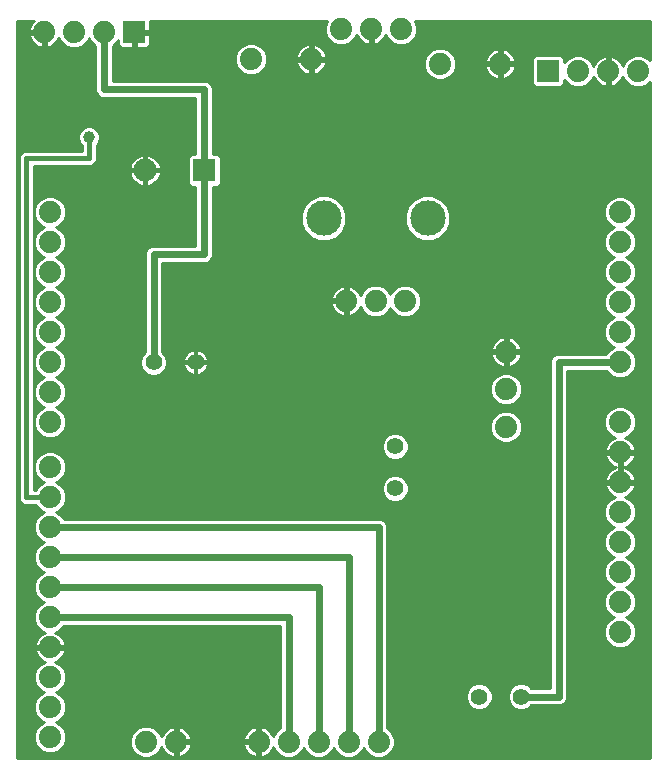
<source format=gbl>
G75*
%MOIN*%
%OFA0B0*%
%FSLAX25Y25*%
%IPPOS*%
%LPD*%
%AMOC8*
5,1,8,0,0,1.08239X$1,22.5*
%
%ADD10C,0.07400*%
%ADD11C,0.07600*%
%ADD12R,0.07600X0.07600*%
%ADD13C,0.05550*%
%ADD14C,0.11811*%
%ADD15R,0.07400X0.07400*%
%ADD16C,0.01000*%
%ADD17C,0.02400*%
%ADD18C,0.03969*%
%ADD19C,0.01600*%
D10*
X0042000Y0102524D03*
X0042000Y0112524D03*
X0042000Y0122524D03*
X0042000Y0132524D03*
X0042000Y0142524D03*
X0042000Y0152524D03*
X0042000Y0162524D03*
X0042000Y0172524D03*
X0042000Y0182524D03*
X0042000Y0192524D03*
X0042000Y0207524D03*
X0042000Y0217524D03*
X0042000Y0227524D03*
X0042000Y0237524D03*
X0042000Y0247524D03*
X0042000Y0257524D03*
X0042000Y0267524D03*
X0042000Y0277524D03*
X0040000Y0337524D03*
X0050000Y0337524D03*
X0060000Y0337524D03*
X0109000Y0328524D03*
X0129000Y0328524D03*
X0139000Y0338524D03*
X0149000Y0338524D03*
X0159000Y0338524D03*
X0172000Y0327024D03*
X0192000Y0327024D03*
X0218000Y0324524D03*
X0228000Y0324524D03*
X0238000Y0324524D03*
X0232000Y0277524D03*
X0232000Y0267524D03*
X0232000Y0257524D03*
X0232000Y0247524D03*
X0232000Y0237524D03*
X0232000Y0227524D03*
X0232000Y0207524D03*
X0232000Y0197524D03*
X0232000Y0187524D03*
X0232000Y0177524D03*
X0232000Y0167524D03*
X0232000Y0157524D03*
X0232000Y0147524D03*
X0232000Y0137524D03*
X0194000Y0206024D03*
X0194000Y0218524D03*
X0194000Y0231024D03*
X0160343Y0247965D03*
X0150500Y0247965D03*
X0140657Y0247965D03*
X0141500Y0101024D03*
X0131500Y0101024D03*
X0121500Y0101024D03*
X0111500Y0101024D03*
X0084000Y0101024D03*
X0074000Y0101024D03*
X0151500Y0101024D03*
D11*
X0073657Y0291524D03*
D12*
X0093343Y0291524D03*
D13*
X0090500Y0227524D03*
X0076500Y0227524D03*
X0157000Y0199524D03*
X0157000Y0185524D03*
X0185000Y0116024D03*
X0199000Y0116024D03*
D14*
X0167823Y0275524D03*
X0133177Y0275524D03*
D15*
X0070000Y0337524D03*
X0208000Y0324524D03*
D16*
X0031100Y0341424D02*
X0031100Y0095624D01*
X0241900Y0095624D01*
X0241900Y0320787D01*
X0241059Y0319946D01*
X0239074Y0319124D01*
X0236926Y0319124D01*
X0234941Y0319946D01*
X0233422Y0321465D01*
X0232891Y0322748D01*
X0232819Y0322528D01*
X0232447Y0321798D01*
X0231966Y0321136D01*
X0231388Y0320557D01*
X0230725Y0320076D01*
X0229996Y0319705D01*
X0229218Y0319452D01*
X0228500Y0319338D01*
X0228500Y0324024D01*
X0227500Y0324024D01*
X0227500Y0319338D01*
X0226782Y0319452D01*
X0226004Y0319705D01*
X0225275Y0320076D01*
X0224612Y0320557D01*
X0224034Y0321136D01*
X0223553Y0321798D01*
X0223181Y0322528D01*
X0223109Y0322748D01*
X0222578Y0321465D01*
X0221059Y0319946D01*
X0219074Y0319124D01*
X0216926Y0319124D01*
X0214941Y0319946D01*
X0213422Y0321465D01*
X0213400Y0321518D01*
X0213400Y0320119D01*
X0212404Y0319124D01*
X0203596Y0319124D01*
X0202600Y0320119D01*
X0202600Y0328928D01*
X0203596Y0329924D01*
X0212404Y0329924D01*
X0213400Y0328928D01*
X0213400Y0327529D01*
X0213422Y0327582D01*
X0214941Y0329102D01*
X0216926Y0329924D01*
X0219074Y0329924D01*
X0221059Y0329102D01*
X0222578Y0327582D01*
X0223109Y0326299D01*
X0223181Y0326520D01*
X0223553Y0327249D01*
X0224034Y0327911D01*
X0224612Y0328490D01*
X0225275Y0328971D01*
X0226004Y0329343D01*
X0226782Y0329596D01*
X0227500Y0329709D01*
X0227500Y0325024D01*
X0228500Y0325024D01*
X0228500Y0329709D01*
X0229218Y0329596D01*
X0229996Y0329343D01*
X0230725Y0328971D01*
X0231388Y0328490D01*
X0231966Y0327911D01*
X0232447Y0327249D01*
X0232819Y0326520D01*
X0232891Y0326299D01*
X0233422Y0327582D01*
X0234941Y0329102D01*
X0236926Y0329924D01*
X0239074Y0329924D01*
X0241059Y0329102D01*
X0241900Y0328260D01*
X0241900Y0341424D01*
X0163644Y0341424D01*
X0164400Y0339598D01*
X0164400Y0337449D01*
X0163578Y0335465D01*
X0162059Y0333946D01*
X0160074Y0333124D01*
X0157926Y0333124D01*
X0155941Y0333946D01*
X0154422Y0335465D01*
X0153891Y0336748D01*
X0153819Y0336528D01*
X0153447Y0335798D01*
X0152966Y0335136D01*
X0152388Y0334557D01*
X0151725Y0334076D01*
X0150996Y0333705D01*
X0150218Y0333452D01*
X0149500Y0333338D01*
X0149500Y0338024D01*
X0148500Y0338024D01*
X0148500Y0333338D01*
X0147782Y0333452D01*
X0147004Y0333705D01*
X0146275Y0334076D01*
X0145612Y0334557D01*
X0145034Y0335136D01*
X0144553Y0335798D01*
X0144181Y0336528D01*
X0144109Y0336748D01*
X0143578Y0335465D01*
X0142059Y0333946D01*
X0140074Y0333124D01*
X0137926Y0333124D01*
X0135941Y0333946D01*
X0134422Y0335465D01*
X0133600Y0337449D01*
X0133600Y0339598D01*
X0134356Y0341424D01*
X0075199Y0341424D01*
X0075200Y0341421D01*
X0075200Y0338024D01*
X0070500Y0338024D01*
X0070500Y0337024D01*
X0075200Y0337024D01*
X0075200Y0333626D01*
X0075098Y0333245D01*
X0074900Y0332903D01*
X0074621Y0332623D01*
X0074279Y0332426D01*
X0073897Y0332324D01*
X0070500Y0332324D01*
X0070500Y0337024D01*
X0069500Y0337024D01*
X0069500Y0332324D01*
X0066103Y0332324D01*
X0065721Y0332426D01*
X0065379Y0332623D01*
X0065100Y0332903D01*
X0064902Y0333245D01*
X0064800Y0333626D01*
X0064800Y0335001D01*
X0064578Y0334465D01*
X0063059Y0332946D01*
X0062900Y0332880D01*
X0062900Y0321424D01*
X0093919Y0321424D01*
X0094985Y0320982D01*
X0095801Y0320166D01*
X0096243Y0319100D01*
X0096243Y0297024D01*
X0097847Y0297024D01*
X0098843Y0296028D01*
X0098843Y0287019D01*
X0097847Y0286024D01*
X0096243Y0286024D01*
X0096243Y0262947D01*
X0095801Y0261881D01*
X0094985Y0261065D01*
X0093919Y0260624D01*
X0079400Y0260624D01*
X0079400Y0230952D01*
X0080294Y0230058D01*
X0080975Y0228414D01*
X0080975Y0226634D01*
X0080294Y0224989D01*
X0079035Y0223730D01*
X0077390Y0223049D01*
X0075610Y0223049D01*
X0073965Y0223730D01*
X0072706Y0224989D01*
X0072025Y0226634D01*
X0072025Y0228414D01*
X0072706Y0230058D01*
X0073600Y0230952D01*
X0073600Y0264100D01*
X0074041Y0265166D01*
X0074857Y0265982D01*
X0075923Y0266424D01*
X0090443Y0266424D01*
X0090443Y0286024D01*
X0088838Y0286024D01*
X0087843Y0287019D01*
X0087843Y0296028D01*
X0088838Y0297024D01*
X0090443Y0297024D01*
X0090443Y0315624D01*
X0059423Y0315624D01*
X0058357Y0316065D01*
X0057541Y0316881D01*
X0057100Y0317947D01*
X0057100Y0332880D01*
X0056941Y0332946D01*
X0055422Y0334465D01*
X0055000Y0335484D01*
X0054578Y0334465D01*
X0053059Y0332946D01*
X0051074Y0332124D01*
X0048926Y0332124D01*
X0046941Y0332946D01*
X0045422Y0334465D01*
X0044891Y0335748D01*
X0044819Y0335528D01*
X0044447Y0334798D01*
X0043966Y0334136D01*
X0043388Y0333557D01*
X0042725Y0333076D01*
X0041996Y0332705D01*
X0041218Y0332452D01*
X0040500Y0332338D01*
X0040500Y0337024D01*
X0039500Y0337024D01*
X0034814Y0337024D01*
X0034928Y0336306D01*
X0035181Y0335528D01*
X0035553Y0334798D01*
X0036034Y0334136D01*
X0036612Y0333557D01*
X0037275Y0333076D01*
X0038004Y0332705D01*
X0038782Y0332452D01*
X0039500Y0332338D01*
X0039500Y0337024D01*
X0039500Y0338024D01*
X0034814Y0338024D01*
X0034928Y0338741D01*
X0035181Y0339520D01*
X0035553Y0340249D01*
X0036034Y0340911D01*
X0036546Y0341424D01*
X0031100Y0341424D01*
X0031100Y0341154D02*
X0036277Y0341154D01*
X0035505Y0340156D02*
X0031100Y0340156D01*
X0031100Y0339157D02*
X0035063Y0339157D01*
X0034836Y0338159D02*
X0031100Y0338159D01*
X0031100Y0337160D02*
X0039500Y0337160D01*
X0039500Y0336162D02*
X0040500Y0336162D01*
X0040500Y0335163D02*
X0039500Y0335163D01*
X0039500Y0334165D02*
X0040500Y0334165D01*
X0040500Y0333166D02*
X0039500Y0333166D01*
X0037151Y0333166D02*
X0031100Y0333166D01*
X0031100Y0332168D02*
X0048819Y0332168D01*
X0046721Y0333166D02*
X0042849Y0333166D01*
X0043987Y0334165D02*
X0045722Y0334165D01*
X0045133Y0335163D02*
X0044633Y0335163D01*
X0051181Y0332168D02*
X0057100Y0332168D01*
X0057100Y0331169D02*
X0031100Y0331169D01*
X0031100Y0330171D02*
X0057100Y0330171D01*
X0057100Y0329172D02*
X0031100Y0329172D01*
X0031100Y0328174D02*
X0057100Y0328174D01*
X0057100Y0327175D02*
X0031100Y0327175D01*
X0031100Y0326177D02*
X0057100Y0326177D01*
X0057100Y0325178D02*
X0031100Y0325178D01*
X0031100Y0324180D02*
X0057100Y0324180D01*
X0057100Y0323181D02*
X0031100Y0323181D01*
X0031100Y0322183D02*
X0057100Y0322183D01*
X0057100Y0321184D02*
X0031100Y0321184D01*
X0031100Y0320186D02*
X0057100Y0320186D01*
X0057100Y0319187D02*
X0031100Y0319187D01*
X0031100Y0318189D02*
X0057100Y0318189D01*
X0057413Y0317190D02*
X0031100Y0317190D01*
X0031100Y0316192D02*
X0058231Y0316192D01*
X0062900Y0322183D02*
X0169576Y0322183D01*
X0168941Y0322446D02*
X0170926Y0321624D01*
X0173074Y0321624D01*
X0175059Y0322446D01*
X0176578Y0323965D01*
X0177400Y0325949D01*
X0177400Y0328098D01*
X0176578Y0330082D01*
X0175059Y0331602D01*
X0173074Y0332424D01*
X0170926Y0332424D01*
X0168941Y0331602D01*
X0167422Y0330082D01*
X0166600Y0328098D01*
X0166600Y0325949D01*
X0167422Y0323965D01*
X0168941Y0322446D01*
X0168206Y0323181D02*
X0110213Y0323181D01*
X0110074Y0323124D02*
X0112059Y0323946D01*
X0113578Y0325465D01*
X0114400Y0327449D01*
X0114400Y0329598D01*
X0113578Y0331582D01*
X0112059Y0333102D01*
X0110074Y0333924D01*
X0107926Y0333924D01*
X0105941Y0333102D01*
X0104422Y0331582D01*
X0103600Y0329598D01*
X0103600Y0327449D01*
X0104422Y0325465D01*
X0105941Y0323946D01*
X0107926Y0323124D01*
X0110074Y0323124D01*
X0107787Y0323181D02*
X0062900Y0323181D01*
X0062900Y0324180D02*
X0105707Y0324180D01*
X0104709Y0325178D02*
X0062900Y0325178D01*
X0062900Y0326177D02*
X0104127Y0326177D01*
X0103714Y0327175D02*
X0062900Y0327175D01*
X0062900Y0328174D02*
X0103600Y0328174D01*
X0103600Y0329172D02*
X0062900Y0329172D01*
X0062900Y0330171D02*
X0103837Y0330171D01*
X0104251Y0331169D02*
X0062900Y0331169D01*
X0062900Y0332168D02*
X0105007Y0332168D01*
X0106098Y0333166D02*
X0075053Y0333166D01*
X0075200Y0334165D02*
X0135722Y0334165D01*
X0134723Y0335163D02*
X0075200Y0335163D01*
X0075200Y0336162D02*
X0134133Y0336162D01*
X0133720Y0337160D02*
X0070500Y0337160D01*
X0070500Y0336162D02*
X0069500Y0336162D01*
X0069500Y0335163D02*
X0070500Y0335163D01*
X0070500Y0334165D02*
X0069500Y0334165D01*
X0069500Y0333166D02*
X0070500Y0333166D01*
X0064947Y0333166D02*
X0063279Y0333166D01*
X0064278Y0334165D02*
X0064800Y0334165D01*
X0056721Y0333166D02*
X0053279Y0333166D01*
X0054278Y0334165D02*
X0055722Y0334165D01*
X0055133Y0335163D02*
X0054867Y0335163D01*
X0036013Y0334165D02*
X0031100Y0334165D01*
X0031100Y0335163D02*
X0035366Y0335163D01*
X0034975Y0336162D02*
X0031100Y0336162D01*
X0031100Y0315193D02*
X0090443Y0315193D01*
X0090443Y0314195D02*
X0031100Y0314195D01*
X0031100Y0313196D02*
X0090443Y0313196D01*
X0090443Y0312198D02*
X0031100Y0312198D01*
X0031100Y0311199D02*
X0090443Y0311199D01*
X0090443Y0310201D02*
X0031100Y0310201D01*
X0031100Y0309202D02*
X0090443Y0309202D01*
X0090443Y0308204D02*
X0031100Y0308204D01*
X0031100Y0307205D02*
X0090443Y0307205D01*
X0090443Y0306207D02*
X0055736Y0306207D01*
X0055733Y0306208D02*
X0054267Y0306208D01*
X0052913Y0305647D01*
X0051877Y0304611D01*
X0051316Y0303256D01*
X0051316Y0301791D01*
X0051877Y0300437D01*
X0052500Y0299813D01*
X0052500Y0298024D01*
X0033503Y0298024D01*
X0032584Y0297643D01*
X0031881Y0296940D01*
X0031500Y0296021D01*
X0031500Y0182026D01*
X0031881Y0181107D01*
X0032584Y0180404D01*
X0033503Y0180024D01*
X0037191Y0180024D01*
X0037422Y0179465D01*
X0038941Y0177946D01*
X0039960Y0177524D01*
X0038941Y0177102D01*
X0037422Y0175582D01*
X0036600Y0173598D01*
X0036600Y0171449D01*
X0037422Y0169465D01*
X0038941Y0167946D01*
X0039960Y0167524D01*
X0038941Y0167102D01*
X0037422Y0165582D01*
X0036600Y0163598D01*
X0036600Y0161449D01*
X0037422Y0159465D01*
X0038941Y0157946D01*
X0039960Y0157524D01*
X0038941Y0157102D01*
X0037422Y0155582D01*
X0036600Y0153598D01*
X0036600Y0151449D01*
X0037422Y0149465D01*
X0038941Y0147946D01*
X0039960Y0147524D01*
X0038941Y0147102D01*
X0037422Y0145582D01*
X0036600Y0143598D01*
X0036600Y0141449D01*
X0037422Y0139465D01*
X0038941Y0137946D01*
X0040224Y0137414D01*
X0040004Y0137343D01*
X0039275Y0136971D01*
X0038612Y0136490D01*
X0038034Y0135911D01*
X0037553Y0135249D01*
X0037181Y0134520D01*
X0036928Y0133741D01*
X0036814Y0133024D01*
X0041500Y0133024D01*
X0041500Y0132024D01*
X0036814Y0132024D01*
X0036928Y0131306D01*
X0037181Y0130528D01*
X0037553Y0129798D01*
X0038034Y0129136D01*
X0038612Y0128557D01*
X0039275Y0128076D01*
X0040004Y0127705D01*
X0040224Y0127633D01*
X0038941Y0127102D01*
X0037422Y0125582D01*
X0036600Y0123598D01*
X0036600Y0121449D01*
X0037422Y0119465D01*
X0038941Y0117946D01*
X0039960Y0117524D01*
X0038941Y0117102D01*
X0037422Y0115582D01*
X0036600Y0113598D01*
X0036600Y0111449D01*
X0037422Y0109465D01*
X0038941Y0107946D01*
X0039960Y0107524D01*
X0038941Y0107102D01*
X0037422Y0105582D01*
X0036600Y0103598D01*
X0036600Y0101449D01*
X0037422Y0099465D01*
X0038941Y0097946D01*
X0040926Y0097124D01*
X0043074Y0097124D01*
X0045059Y0097946D01*
X0046578Y0099465D01*
X0047400Y0101449D01*
X0047400Y0103598D01*
X0046578Y0105582D01*
X0045059Y0107102D01*
X0044040Y0107524D01*
X0045059Y0107946D01*
X0046578Y0109465D01*
X0047400Y0111449D01*
X0047400Y0113598D01*
X0046578Y0115582D01*
X0045059Y0117102D01*
X0044040Y0117524D01*
X0045059Y0117946D01*
X0046578Y0119465D01*
X0047400Y0121449D01*
X0047400Y0123598D01*
X0046578Y0125582D01*
X0045059Y0127102D01*
X0043776Y0127633D01*
X0043996Y0127705D01*
X0044725Y0128076D01*
X0045388Y0128557D01*
X0045966Y0129136D01*
X0046447Y0129798D01*
X0046819Y0130528D01*
X0047072Y0131306D01*
X0047186Y0132024D01*
X0042500Y0132024D01*
X0042500Y0133024D01*
X0047186Y0133024D01*
X0047072Y0133741D01*
X0046819Y0134520D01*
X0046447Y0135249D01*
X0045966Y0135911D01*
X0045388Y0136490D01*
X0044725Y0136971D01*
X0043996Y0137343D01*
X0043776Y0137414D01*
X0045059Y0137946D01*
X0046578Y0139465D01*
X0046644Y0139624D01*
X0118600Y0139624D01*
X0118600Y0105667D01*
X0118441Y0105602D01*
X0116922Y0104082D01*
X0116391Y0102799D01*
X0116319Y0103020D01*
X0115947Y0103749D01*
X0115466Y0104411D01*
X0114888Y0104990D01*
X0114225Y0105471D01*
X0113496Y0105843D01*
X0112718Y0106096D01*
X0112000Y0106209D01*
X0112000Y0101524D01*
X0111000Y0101524D01*
X0111000Y0106209D01*
X0110282Y0106096D01*
X0109504Y0105843D01*
X0108775Y0105471D01*
X0108112Y0104990D01*
X0107534Y0104411D01*
X0107053Y0103749D01*
X0106681Y0103020D01*
X0106428Y0102241D01*
X0106314Y0101524D01*
X0111000Y0101524D01*
X0111000Y0100524D01*
X0106314Y0100524D01*
X0106428Y0099806D01*
X0106681Y0099028D01*
X0107053Y0098298D01*
X0107534Y0097636D01*
X0108112Y0097057D01*
X0108775Y0096576D01*
X0109504Y0096205D01*
X0110282Y0095952D01*
X0111000Y0095838D01*
X0111000Y0100524D01*
X0112000Y0100524D01*
X0112000Y0095838D01*
X0112718Y0095952D01*
X0113496Y0096205D01*
X0114225Y0096576D01*
X0114888Y0097057D01*
X0115466Y0097636D01*
X0115947Y0098298D01*
X0116319Y0099028D01*
X0116391Y0099248D01*
X0116922Y0097965D01*
X0118441Y0096446D01*
X0120426Y0095624D01*
X0122574Y0095624D01*
X0124559Y0096446D01*
X0126078Y0097965D01*
X0126500Y0098984D01*
X0126922Y0097965D01*
X0128441Y0096446D01*
X0130426Y0095624D01*
X0132574Y0095624D01*
X0134559Y0096446D01*
X0136078Y0097965D01*
X0136500Y0098984D01*
X0136922Y0097965D01*
X0138441Y0096446D01*
X0140426Y0095624D01*
X0142574Y0095624D01*
X0144559Y0096446D01*
X0146078Y0097965D01*
X0146500Y0098984D01*
X0146922Y0097965D01*
X0148441Y0096446D01*
X0150426Y0095624D01*
X0152574Y0095624D01*
X0154559Y0096446D01*
X0156078Y0097965D01*
X0156900Y0099949D01*
X0156900Y0102098D01*
X0156078Y0104082D01*
X0154559Y0105602D01*
X0154400Y0105667D01*
X0154400Y0173100D01*
X0153958Y0174166D01*
X0153143Y0174982D01*
X0152077Y0175424D01*
X0046644Y0175424D01*
X0046578Y0175582D01*
X0045059Y0177102D01*
X0044040Y0177524D01*
X0045059Y0177946D01*
X0046578Y0179465D01*
X0047400Y0181449D01*
X0047400Y0183598D01*
X0046578Y0185582D01*
X0045059Y0187102D01*
X0044040Y0187524D01*
X0045059Y0187946D01*
X0046578Y0189465D01*
X0047400Y0191449D01*
X0047400Y0193598D01*
X0046578Y0195582D01*
X0045059Y0197102D01*
X0043074Y0197924D01*
X0040926Y0197924D01*
X0038941Y0197102D01*
X0037422Y0195582D01*
X0036600Y0193598D01*
X0036600Y0191449D01*
X0037422Y0189465D01*
X0038941Y0187946D01*
X0039960Y0187524D01*
X0038941Y0187102D01*
X0037422Y0185582D01*
X0037191Y0185024D01*
X0036500Y0185024D01*
X0036500Y0293024D01*
X0055497Y0293024D01*
X0056416Y0293404D01*
X0057119Y0294107D01*
X0057500Y0295026D01*
X0057500Y0299813D01*
X0058123Y0300437D01*
X0058684Y0301791D01*
X0058684Y0303256D01*
X0058123Y0304611D01*
X0057087Y0305647D01*
X0055733Y0306208D01*
X0054264Y0306207D02*
X0031100Y0306207D01*
X0031100Y0305208D02*
X0052474Y0305208D01*
X0051711Y0304210D02*
X0031100Y0304210D01*
X0031100Y0303211D02*
X0051316Y0303211D01*
X0051316Y0302212D02*
X0031100Y0302212D01*
X0031100Y0301214D02*
X0051555Y0301214D01*
X0052098Y0300215D02*
X0031100Y0300215D01*
X0031100Y0299217D02*
X0052500Y0299217D01*
X0052500Y0298218D02*
X0031100Y0298218D01*
X0031100Y0297220D02*
X0032161Y0297220D01*
X0031583Y0296221D02*
X0031100Y0296221D01*
X0031100Y0295223D02*
X0031500Y0295223D01*
X0031500Y0294224D02*
X0031100Y0294224D01*
X0031100Y0293226D02*
X0031500Y0293226D01*
X0031500Y0292227D02*
X0031100Y0292227D01*
X0031100Y0291229D02*
X0031500Y0291229D01*
X0031500Y0290230D02*
X0031100Y0290230D01*
X0031100Y0289232D02*
X0031500Y0289232D01*
X0031500Y0288233D02*
X0031100Y0288233D01*
X0031100Y0287235D02*
X0031500Y0287235D01*
X0031500Y0286236D02*
X0031100Y0286236D01*
X0031100Y0285238D02*
X0031500Y0285238D01*
X0031500Y0284239D02*
X0031100Y0284239D01*
X0031100Y0283241D02*
X0031500Y0283241D01*
X0031500Y0282242D02*
X0031100Y0282242D01*
X0031100Y0281244D02*
X0031500Y0281244D01*
X0031500Y0280245D02*
X0031100Y0280245D01*
X0031100Y0279247D02*
X0031500Y0279247D01*
X0031500Y0278248D02*
X0031100Y0278248D01*
X0031100Y0277250D02*
X0031500Y0277250D01*
X0031500Y0276251D02*
X0031100Y0276251D01*
X0031100Y0275253D02*
X0031500Y0275253D01*
X0031500Y0274254D02*
X0031100Y0274254D01*
X0031100Y0273256D02*
X0031500Y0273256D01*
X0031500Y0272257D02*
X0031100Y0272257D01*
X0031100Y0271259D02*
X0031500Y0271259D01*
X0031500Y0270260D02*
X0031100Y0270260D01*
X0031100Y0269262D02*
X0031500Y0269262D01*
X0031500Y0268263D02*
X0031100Y0268263D01*
X0031100Y0267265D02*
X0031500Y0267265D01*
X0031500Y0266266D02*
X0031100Y0266266D01*
X0031100Y0265268D02*
X0031500Y0265268D01*
X0031500Y0264269D02*
X0031100Y0264269D01*
X0031100Y0263271D02*
X0031500Y0263271D01*
X0031500Y0262272D02*
X0031100Y0262272D01*
X0031100Y0261274D02*
X0031500Y0261274D01*
X0031500Y0260275D02*
X0031100Y0260275D01*
X0031100Y0259277D02*
X0031500Y0259277D01*
X0031500Y0258278D02*
X0031100Y0258278D01*
X0031100Y0257279D02*
X0031500Y0257279D01*
X0031500Y0256281D02*
X0031100Y0256281D01*
X0031100Y0255282D02*
X0031500Y0255282D01*
X0031500Y0254284D02*
X0031100Y0254284D01*
X0031100Y0253285D02*
X0031500Y0253285D01*
X0031500Y0252287D02*
X0031100Y0252287D01*
X0031100Y0251288D02*
X0031500Y0251288D01*
X0031500Y0250290D02*
X0031100Y0250290D01*
X0031100Y0249291D02*
X0031500Y0249291D01*
X0031500Y0248293D02*
X0031100Y0248293D01*
X0031100Y0247294D02*
X0031500Y0247294D01*
X0031500Y0246296D02*
X0031100Y0246296D01*
X0031100Y0245297D02*
X0031500Y0245297D01*
X0031500Y0244299D02*
X0031100Y0244299D01*
X0031100Y0243300D02*
X0031500Y0243300D01*
X0031500Y0242302D02*
X0031100Y0242302D01*
X0031100Y0241303D02*
X0031500Y0241303D01*
X0031500Y0240305D02*
X0031100Y0240305D01*
X0031100Y0239306D02*
X0031500Y0239306D01*
X0031500Y0238308D02*
X0031100Y0238308D01*
X0031100Y0237309D02*
X0031500Y0237309D01*
X0031500Y0236311D02*
X0031100Y0236311D01*
X0031100Y0235312D02*
X0031500Y0235312D01*
X0031500Y0234314D02*
X0031100Y0234314D01*
X0031100Y0233315D02*
X0031500Y0233315D01*
X0031500Y0232317D02*
X0031100Y0232317D01*
X0031100Y0231318D02*
X0031500Y0231318D01*
X0031500Y0230320D02*
X0031100Y0230320D01*
X0031100Y0229321D02*
X0031500Y0229321D01*
X0031500Y0228323D02*
X0031100Y0228323D01*
X0031100Y0227324D02*
X0031500Y0227324D01*
X0031500Y0226326D02*
X0031100Y0226326D01*
X0031100Y0225327D02*
X0031500Y0225327D01*
X0031500Y0224329D02*
X0031100Y0224329D01*
X0031100Y0223330D02*
X0031500Y0223330D01*
X0031500Y0222332D02*
X0031100Y0222332D01*
X0031100Y0221333D02*
X0031500Y0221333D01*
X0031500Y0220335D02*
X0031100Y0220335D01*
X0031100Y0219336D02*
X0031500Y0219336D01*
X0031500Y0218338D02*
X0031100Y0218338D01*
X0031100Y0217339D02*
X0031500Y0217339D01*
X0031500Y0216341D02*
X0031100Y0216341D01*
X0031100Y0215342D02*
X0031500Y0215342D01*
X0031500Y0214343D02*
X0031100Y0214343D01*
X0031100Y0213345D02*
X0031500Y0213345D01*
X0031500Y0212346D02*
X0031100Y0212346D01*
X0031100Y0211348D02*
X0031500Y0211348D01*
X0031500Y0210349D02*
X0031100Y0210349D01*
X0031100Y0209351D02*
X0031500Y0209351D01*
X0031500Y0208352D02*
X0031100Y0208352D01*
X0031100Y0207354D02*
X0031500Y0207354D01*
X0031500Y0206355D02*
X0031100Y0206355D01*
X0031100Y0205357D02*
X0031500Y0205357D01*
X0031500Y0204358D02*
X0031100Y0204358D01*
X0031100Y0203360D02*
X0031500Y0203360D01*
X0031500Y0202361D02*
X0031100Y0202361D01*
X0031100Y0201363D02*
X0031500Y0201363D01*
X0031500Y0200364D02*
X0031100Y0200364D01*
X0031100Y0199366D02*
X0031500Y0199366D01*
X0031500Y0198367D02*
X0031100Y0198367D01*
X0031100Y0197369D02*
X0031500Y0197369D01*
X0031500Y0196370D02*
X0031100Y0196370D01*
X0031100Y0195372D02*
X0031500Y0195372D01*
X0031500Y0194373D02*
X0031100Y0194373D01*
X0031100Y0193375D02*
X0031500Y0193375D01*
X0031500Y0192376D02*
X0031100Y0192376D01*
X0031100Y0191378D02*
X0031500Y0191378D01*
X0031500Y0190379D02*
X0031100Y0190379D01*
X0031100Y0189381D02*
X0031500Y0189381D01*
X0031500Y0188382D02*
X0031100Y0188382D01*
X0031100Y0187384D02*
X0031500Y0187384D01*
X0031500Y0186385D02*
X0031100Y0186385D01*
X0031100Y0185387D02*
X0031500Y0185387D01*
X0031500Y0184388D02*
X0031100Y0184388D01*
X0031100Y0183390D02*
X0031500Y0183390D01*
X0031500Y0182391D02*
X0031100Y0182391D01*
X0031100Y0181393D02*
X0031762Y0181393D01*
X0031100Y0180394D02*
X0032608Y0180394D01*
X0031100Y0179396D02*
X0037491Y0179396D01*
X0038490Y0178397D02*
X0031100Y0178397D01*
X0031100Y0177399D02*
X0039658Y0177399D01*
X0038240Y0176400D02*
X0031100Y0176400D01*
X0031100Y0175402D02*
X0037347Y0175402D01*
X0036934Y0174403D02*
X0031100Y0174403D01*
X0031100Y0173405D02*
X0036600Y0173405D01*
X0036600Y0172406D02*
X0031100Y0172406D01*
X0031100Y0171408D02*
X0036617Y0171408D01*
X0037031Y0170409D02*
X0031100Y0170409D01*
X0031100Y0169410D02*
X0037476Y0169410D01*
X0038475Y0168412D02*
X0031100Y0168412D01*
X0031100Y0167413D02*
X0039694Y0167413D01*
X0038255Y0166415D02*
X0031100Y0166415D01*
X0031100Y0165416D02*
X0037353Y0165416D01*
X0036940Y0164418D02*
X0031100Y0164418D01*
X0031100Y0163419D02*
X0036600Y0163419D01*
X0036600Y0162421D02*
X0031100Y0162421D01*
X0031100Y0161422D02*
X0036611Y0161422D01*
X0037025Y0160424D02*
X0031100Y0160424D01*
X0031100Y0159425D02*
X0037461Y0159425D01*
X0038460Y0158427D02*
X0031100Y0158427D01*
X0031100Y0157428D02*
X0039730Y0157428D01*
X0038269Y0156430D02*
X0031100Y0156430D01*
X0031100Y0155431D02*
X0037359Y0155431D01*
X0036946Y0154433D02*
X0031100Y0154433D01*
X0031100Y0153434D02*
X0036600Y0153434D01*
X0036600Y0152436D02*
X0031100Y0152436D01*
X0031100Y0151437D02*
X0036605Y0151437D01*
X0037019Y0150439D02*
X0031100Y0150439D01*
X0031100Y0149440D02*
X0037447Y0149440D01*
X0038445Y0148442D02*
X0031100Y0148442D01*
X0031100Y0147443D02*
X0039766Y0147443D01*
X0038284Y0146445D02*
X0031100Y0146445D01*
X0031100Y0145446D02*
X0037366Y0145446D01*
X0036952Y0144448D02*
X0031100Y0144448D01*
X0031100Y0143449D02*
X0036600Y0143449D01*
X0036600Y0142451D02*
X0031100Y0142451D01*
X0031100Y0141452D02*
X0036600Y0141452D01*
X0037012Y0140454D02*
X0031100Y0140454D01*
X0031100Y0139455D02*
X0037432Y0139455D01*
X0038430Y0138457D02*
X0031100Y0138457D01*
X0031100Y0137458D02*
X0040118Y0137458D01*
X0038582Y0136460D02*
X0031100Y0136460D01*
X0031100Y0135461D02*
X0037707Y0135461D01*
X0037162Y0134463D02*
X0031100Y0134463D01*
X0031100Y0133464D02*
X0036884Y0133464D01*
X0036903Y0131467D02*
X0031100Y0131467D01*
X0031100Y0130469D02*
X0037211Y0130469D01*
X0037791Y0129470D02*
X0031100Y0129470D01*
X0031100Y0128472D02*
X0038730Y0128472D01*
X0039838Y0127473D02*
X0031100Y0127473D01*
X0031100Y0126474D02*
X0038314Y0126474D01*
X0037378Y0125476D02*
X0031100Y0125476D01*
X0031100Y0124477D02*
X0036964Y0124477D01*
X0036600Y0123479D02*
X0031100Y0123479D01*
X0031100Y0122480D02*
X0036600Y0122480D01*
X0036600Y0121482D02*
X0031100Y0121482D01*
X0031100Y0120483D02*
X0037000Y0120483D01*
X0037414Y0119485D02*
X0031100Y0119485D01*
X0031100Y0118486D02*
X0038400Y0118486D01*
X0039874Y0117488D02*
X0031100Y0117488D01*
X0031100Y0116489D02*
X0038329Y0116489D01*
X0037384Y0115491D02*
X0031100Y0115491D01*
X0031100Y0114492D02*
X0036971Y0114492D01*
X0036600Y0113494D02*
X0031100Y0113494D01*
X0031100Y0112495D02*
X0036600Y0112495D01*
X0036600Y0111497D02*
X0031100Y0111497D01*
X0031100Y0110498D02*
X0036994Y0110498D01*
X0037408Y0109500D02*
X0031100Y0109500D01*
X0031100Y0108501D02*
X0038386Y0108501D01*
X0039910Y0107503D02*
X0031100Y0107503D01*
X0031100Y0106504D02*
X0038344Y0106504D01*
X0037390Y0105506D02*
X0031100Y0105506D01*
X0031100Y0104507D02*
X0036977Y0104507D01*
X0036600Y0103509D02*
X0031100Y0103509D01*
X0031100Y0102510D02*
X0036600Y0102510D01*
X0036600Y0101512D02*
X0031100Y0101512D01*
X0031100Y0100513D02*
X0036988Y0100513D01*
X0037401Y0099515D02*
X0031100Y0099515D01*
X0031100Y0098516D02*
X0038371Y0098516D01*
X0039975Y0097518D02*
X0031100Y0097518D01*
X0031100Y0096519D02*
X0070868Y0096519D01*
X0070941Y0096446D02*
X0072926Y0095624D01*
X0075074Y0095624D01*
X0077059Y0096446D01*
X0078578Y0097965D01*
X0079109Y0099248D01*
X0079181Y0099028D01*
X0079553Y0098298D01*
X0080034Y0097636D01*
X0080612Y0097057D01*
X0081275Y0096576D01*
X0082004Y0096205D01*
X0082782Y0095952D01*
X0083500Y0095838D01*
X0083500Y0100524D01*
X0084500Y0100524D01*
X0084500Y0101524D01*
X0083500Y0101524D01*
X0083500Y0106209D01*
X0082782Y0106096D01*
X0082004Y0105843D01*
X0081275Y0105471D01*
X0080612Y0104990D01*
X0080034Y0104411D01*
X0079553Y0103749D01*
X0079181Y0103020D01*
X0079109Y0102799D01*
X0078578Y0104082D01*
X0077059Y0105602D01*
X0075074Y0106424D01*
X0072926Y0106424D01*
X0070941Y0105602D01*
X0069422Y0104082D01*
X0068600Y0102098D01*
X0068600Y0099949D01*
X0069422Y0097965D01*
X0070941Y0096446D01*
X0069869Y0097518D02*
X0044025Y0097518D01*
X0045629Y0098516D02*
X0069194Y0098516D01*
X0068780Y0099515D02*
X0046599Y0099515D01*
X0047012Y0100513D02*
X0068600Y0100513D01*
X0068600Y0101512D02*
X0047400Y0101512D01*
X0047400Y0102510D02*
X0068771Y0102510D01*
X0069184Y0103509D02*
X0047400Y0103509D01*
X0047023Y0104507D02*
X0069847Y0104507D01*
X0070845Y0105506D02*
X0046610Y0105506D01*
X0045656Y0106504D02*
X0118600Y0106504D01*
X0118600Y0107503D02*
X0044090Y0107503D01*
X0045614Y0108501D02*
X0118600Y0108501D01*
X0118600Y0109500D02*
X0046592Y0109500D01*
X0047006Y0110498D02*
X0118600Y0110498D01*
X0118600Y0111497D02*
X0047400Y0111497D01*
X0047400Y0112495D02*
X0118600Y0112495D01*
X0118600Y0113494D02*
X0047400Y0113494D01*
X0047029Y0114492D02*
X0118600Y0114492D01*
X0118600Y0115491D02*
X0046616Y0115491D01*
X0045671Y0116489D02*
X0118600Y0116489D01*
X0118600Y0117488D02*
X0044126Y0117488D01*
X0045600Y0118486D02*
X0118600Y0118486D01*
X0118600Y0119485D02*
X0046586Y0119485D01*
X0047000Y0120483D02*
X0118600Y0120483D01*
X0118600Y0121482D02*
X0047400Y0121482D01*
X0047400Y0122480D02*
X0118600Y0122480D01*
X0118600Y0123479D02*
X0047400Y0123479D01*
X0047036Y0124477D02*
X0118600Y0124477D01*
X0118600Y0125476D02*
X0046622Y0125476D01*
X0045686Y0126474D02*
X0118600Y0126474D01*
X0118600Y0127473D02*
X0044162Y0127473D01*
X0045270Y0128472D02*
X0118600Y0128472D01*
X0118600Y0129470D02*
X0046209Y0129470D01*
X0046789Y0130469D02*
X0118600Y0130469D01*
X0118600Y0131467D02*
X0047097Y0131467D01*
X0047116Y0133464D02*
X0118600Y0133464D01*
X0118600Y0132466D02*
X0042500Y0132466D01*
X0041500Y0132466D02*
X0031100Y0132466D01*
X0043882Y0137458D02*
X0118600Y0137458D01*
X0118600Y0136460D02*
X0045418Y0136460D01*
X0046293Y0135461D02*
X0118600Y0135461D01*
X0118600Y0134463D02*
X0046838Y0134463D01*
X0045570Y0138457D02*
X0118600Y0138457D01*
X0118600Y0139455D02*
X0046568Y0139455D01*
X0045760Y0176400D02*
X0208600Y0176400D01*
X0208600Y0175402D02*
X0152130Y0175402D01*
X0153722Y0174403D02*
X0208600Y0174403D01*
X0208600Y0173405D02*
X0154274Y0173405D01*
X0154400Y0172406D02*
X0208600Y0172406D01*
X0208600Y0171408D02*
X0154400Y0171408D01*
X0154400Y0170409D02*
X0208600Y0170409D01*
X0208600Y0169410D02*
X0154400Y0169410D01*
X0154400Y0168412D02*
X0208600Y0168412D01*
X0208600Y0167413D02*
X0154400Y0167413D01*
X0154400Y0166415D02*
X0208600Y0166415D01*
X0208600Y0165416D02*
X0154400Y0165416D01*
X0154400Y0164418D02*
X0208600Y0164418D01*
X0208600Y0163419D02*
X0154400Y0163419D01*
X0154400Y0162421D02*
X0208600Y0162421D01*
X0208600Y0161422D02*
X0154400Y0161422D01*
X0154400Y0160424D02*
X0208600Y0160424D01*
X0208600Y0159425D02*
X0154400Y0159425D01*
X0154400Y0158427D02*
X0208600Y0158427D01*
X0208600Y0157428D02*
X0154400Y0157428D01*
X0154400Y0156430D02*
X0208600Y0156430D01*
X0208600Y0155431D02*
X0154400Y0155431D01*
X0154400Y0154433D02*
X0208600Y0154433D01*
X0208600Y0153434D02*
X0154400Y0153434D01*
X0154400Y0152436D02*
X0208600Y0152436D01*
X0208600Y0151437D02*
X0154400Y0151437D01*
X0154400Y0150439D02*
X0208600Y0150439D01*
X0208600Y0149440D02*
X0154400Y0149440D01*
X0154400Y0148442D02*
X0208600Y0148442D01*
X0208600Y0147443D02*
X0154400Y0147443D01*
X0154400Y0146445D02*
X0208600Y0146445D01*
X0208600Y0145446D02*
X0154400Y0145446D01*
X0154400Y0144448D02*
X0208600Y0144448D01*
X0208600Y0143449D02*
X0154400Y0143449D01*
X0154400Y0142451D02*
X0208600Y0142451D01*
X0208600Y0141452D02*
X0154400Y0141452D01*
X0154400Y0140454D02*
X0208600Y0140454D01*
X0208600Y0139455D02*
X0154400Y0139455D01*
X0154400Y0138457D02*
X0208600Y0138457D01*
X0208600Y0137458D02*
X0154400Y0137458D01*
X0154400Y0136460D02*
X0208600Y0136460D01*
X0208600Y0135461D02*
X0154400Y0135461D01*
X0154400Y0134463D02*
X0208600Y0134463D01*
X0208600Y0133464D02*
X0154400Y0133464D01*
X0154400Y0132466D02*
X0208600Y0132466D01*
X0208600Y0131467D02*
X0154400Y0131467D01*
X0154400Y0130469D02*
X0208600Y0130469D01*
X0208600Y0129470D02*
X0154400Y0129470D01*
X0154400Y0128472D02*
X0208600Y0128472D01*
X0208600Y0127473D02*
X0154400Y0127473D01*
X0154400Y0126474D02*
X0208600Y0126474D01*
X0208600Y0125476D02*
X0154400Y0125476D01*
X0154400Y0124477D02*
X0208600Y0124477D01*
X0208600Y0123479D02*
X0154400Y0123479D01*
X0154400Y0122480D02*
X0208600Y0122480D01*
X0208600Y0121482D02*
X0154400Y0121482D01*
X0154400Y0120483D02*
X0184074Y0120483D01*
X0184110Y0120498D02*
X0182465Y0119817D01*
X0181206Y0118558D01*
X0180525Y0116914D01*
X0180525Y0115134D01*
X0181206Y0113489D01*
X0182465Y0112230D01*
X0184110Y0111549D01*
X0185890Y0111549D01*
X0187535Y0112230D01*
X0188794Y0113489D01*
X0189475Y0115134D01*
X0189475Y0116914D01*
X0188794Y0118558D01*
X0187535Y0119817D01*
X0185890Y0120498D01*
X0184110Y0120498D01*
X0185926Y0120483D02*
X0198074Y0120483D01*
X0198110Y0120498D02*
X0196465Y0119817D01*
X0195206Y0118558D01*
X0194525Y0116914D01*
X0194525Y0115134D01*
X0195206Y0113489D01*
X0196465Y0112230D01*
X0198110Y0111549D01*
X0199890Y0111549D01*
X0201535Y0112230D01*
X0202428Y0113124D01*
X0212077Y0113124D01*
X0213143Y0113565D01*
X0213958Y0114381D01*
X0214400Y0115447D01*
X0214400Y0224624D01*
X0227356Y0224624D01*
X0227422Y0224465D01*
X0228941Y0222946D01*
X0230926Y0222124D01*
X0233074Y0222124D01*
X0235059Y0222946D01*
X0236578Y0224465D01*
X0237400Y0226449D01*
X0237400Y0228598D01*
X0236578Y0230582D01*
X0235059Y0232102D01*
X0234040Y0232524D01*
X0235059Y0232946D01*
X0236578Y0234465D01*
X0237400Y0236449D01*
X0237400Y0238598D01*
X0236578Y0240582D01*
X0235059Y0242102D01*
X0234040Y0242524D01*
X0235059Y0242946D01*
X0236578Y0244465D01*
X0237400Y0246449D01*
X0237400Y0248598D01*
X0236578Y0250582D01*
X0235059Y0252102D01*
X0234040Y0252524D01*
X0235059Y0252946D01*
X0236578Y0254465D01*
X0237400Y0256449D01*
X0237400Y0258598D01*
X0236578Y0260582D01*
X0235059Y0262102D01*
X0234040Y0262524D01*
X0235059Y0262946D01*
X0236578Y0264465D01*
X0237400Y0266449D01*
X0237400Y0268598D01*
X0236578Y0270582D01*
X0235059Y0272102D01*
X0234040Y0272524D01*
X0235059Y0272946D01*
X0236578Y0274465D01*
X0237400Y0276449D01*
X0237400Y0278598D01*
X0236578Y0280582D01*
X0235059Y0282102D01*
X0233074Y0282924D01*
X0230926Y0282924D01*
X0228941Y0282102D01*
X0227422Y0280582D01*
X0226600Y0278598D01*
X0226600Y0276449D01*
X0227422Y0274465D01*
X0228941Y0272946D01*
X0229960Y0272524D01*
X0228941Y0272102D01*
X0227422Y0270582D01*
X0226600Y0268598D01*
X0226600Y0266449D01*
X0227422Y0264465D01*
X0228941Y0262946D01*
X0229960Y0262524D01*
X0228941Y0262102D01*
X0227422Y0260582D01*
X0226600Y0258598D01*
X0226600Y0256449D01*
X0227422Y0254465D01*
X0228941Y0252946D01*
X0229960Y0252524D01*
X0228941Y0252102D01*
X0227422Y0250582D01*
X0226600Y0248598D01*
X0226600Y0246449D01*
X0227422Y0244465D01*
X0228941Y0242946D01*
X0229960Y0242524D01*
X0228941Y0242102D01*
X0227422Y0240582D01*
X0226600Y0238598D01*
X0226600Y0236449D01*
X0227422Y0234465D01*
X0228941Y0232946D01*
X0229960Y0232524D01*
X0228941Y0232102D01*
X0227422Y0230582D01*
X0227356Y0230424D01*
X0210923Y0230424D01*
X0209857Y0229982D01*
X0209041Y0229166D01*
X0208600Y0228100D01*
X0208600Y0118924D01*
X0202428Y0118924D01*
X0201535Y0119817D01*
X0199890Y0120498D01*
X0198110Y0120498D01*
X0199926Y0120483D02*
X0208600Y0120483D01*
X0208600Y0119485D02*
X0201867Y0119485D01*
X0201800Y0112495D02*
X0241900Y0112495D01*
X0241900Y0111497D02*
X0154400Y0111497D01*
X0154400Y0112495D02*
X0182200Y0112495D01*
X0181204Y0113494D02*
X0154400Y0113494D01*
X0154400Y0114492D02*
X0180791Y0114492D01*
X0180525Y0115491D02*
X0154400Y0115491D01*
X0154400Y0116489D02*
X0180525Y0116489D01*
X0180763Y0117488D02*
X0154400Y0117488D01*
X0154400Y0118486D02*
X0181177Y0118486D01*
X0182133Y0119485D02*
X0154400Y0119485D01*
X0154400Y0110498D02*
X0241900Y0110498D01*
X0241900Y0109500D02*
X0154400Y0109500D01*
X0154400Y0108501D02*
X0241900Y0108501D01*
X0241900Y0107503D02*
X0154400Y0107503D01*
X0154400Y0106504D02*
X0241900Y0106504D01*
X0241900Y0105506D02*
X0154655Y0105506D01*
X0155653Y0104507D02*
X0241900Y0104507D01*
X0241900Y0103509D02*
X0156316Y0103509D01*
X0156729Y0102510D02*
X0241900Y0102510D01*
X0241900Y0101512D02*
X0156900Y0101512D01*
X0156900Y0100513D02*
X0241900Y0100513D01*
X0241900Y0099515D02*
X0156720Y0099515D01*
X0156306Y0098516D02*
X0241900Y0098516D01*
X0241900Y0097518D02*
X0155631Y0097518D01*
X0154632Y0096519D02*
X0241900Y0096519D01*
X0241900Y0113494D02*
X0212971Y0113494D01*
X0214005Y0114492D02*
X0241900Y0114492D01*
X0241900Y0115491D02*
X0214400Y0115491D01*
X0214400Y0116489D02*
X0241900Y0116489D01*
X0241900Y0117488D02*
X0214400Y0117488D01*
X0214400Y0118486D02*
X0241900Y0118486D01*
X0241900Y0119485D02*
X0214400Y0119485D01*
X0214400Y0120483D02*
X0241900Y0120483D01*
X0241900Y0121482D02*
X0214400Y0121482D01*
X0214400Y0122480D02*
X0241900Y0122480D01*
X0241900Y0123479D02*
X0214400Y0123479D01*
X0214400Y0124477D02*
X0241900Y0124477D01*
X0241900Y0125476D02*
X0214400Y0125476D01*
X0214400Y0126474D02*
X0241900Y0126474D01*
X0241900Y0127473D02*
X0214400Y0127473D01*
X0214400Y0128472D02*
X0241900Y0128472D01*
X0241900Y0129470D02*
X0214400Y0129470D01*
X0214400Y0130469D02*
X0241900Y0130469D01*
X0241900Y0131467D02*
X0214400Y0131467D01*
X0214400Y0132466D02*
X0230100Y0132466D01*
X0230926Y0132124D02*
X0233074Y0132124D01*
X0235059Y0132946D01*
X0236578Y0134465D01*
X0237400Y0136449D01*
X0237400Y0138598D01*
X0236578Y0140582D01*
X0235059Y0142102D01*
X0234040Y0142524D01*
X0235059Y0142946D01*
X0236578Y0144465D01*
X0237400Y0146449D01*
X0237400Y0148598D01*
X0236578Y0150582D01*
X0235059Y0152102D01*
X0234040Y0152524D01*
X0235059Y0152946D01*
X0236578Y0154465D01*
X0237400Y0156449D01*
X0237400Y0158598D01*
X0236578Y0160582D01*
X0235059Y0162102D01*
X0234040Y0162524D01*
X0235059Y0162946D01*
X0236578Y0164465D01*
X0237400Y0166449D01*
X0237400Y0168598D01*
X0236578Y0170582D01*
X0235059Y0172102D01*
X0234040Y0172524D01*
X0235059Y0172946D01*
X0236578Y0174465D01*
X0237400Y0176449D01*
X0237400Y0178598D01*
X0236578Y0180582D01*
X0235059Y0182102D01*
X0233776Y0182633D01*
X0233996Y0182705D01*
X0234725Y0183076D01*
X0235388Y0183557D01*
X0235966Y0184136D01*
X0236447Y0184798D01*
X0236819Y0185528D01*
X0237072Y0186306D01*
X0237186Y0187024D01*
X0232500Y0187024D01*
X0232500Y0188024D01*
X0231500Y0188024D01*
X0231500Y0197024D01*
X0226814Y0197024D01*
X0226928Y0196306D01*
X0227181Y0195528D01*
X0227553Y0194798D01*
X0228034Y0194136D01*
X0228612Y0193557D01*
X0229275Y0193076D01*
X0230004Y0192705D01*
X0230561Y0192524D01*
X0230004Y0192343D01*
X0229275Y0191971D01*
X0228612Y0191490D01*
X0228034Y0190911D01*
X0227553Y0190249D01*
X0227181Y0189520D01*
X0226928Y0188741D01*
X0226814Y0188024D01*
X0231500Y0188024D01*
X0231500Y0187024D01*
X0226814Y0187024D01*
X0226928Y0186306D01*
X0227181Y0185528D01*
X0227553Y0184798D01*
X0228034Y0184136D01*
X0228612Y0183557D01*
X0229275Y0183076D01*
X0230004Y0182705D01*
X0230224Y0182633D01*
X0228941Y0182102D01*
X0227422Y0180582D01*
X0226600Y0178598D01*
X0226600Y0176449D01*
X0227422Y0174465D01*
X0228941Y0172946D01*
X0229960Y0172524D01*
X0228941Y0172102D01*
X0227422Y0170582D01*
X0226600Y0168598D01*
X0226600Y0166449D01*
X0227422Y0164465D01*
X0228941Y0162946D01*
X0229960Y0162524D01*
X0228941Y0162102D01*
X0227422Y0160582D01*
X0226600Y0158598D01*
X0226600Y0156449D01*
X0227422Y0154465D01*
X0228941Y0152946D01*
X0229960Y0152524D01*
X0228941Y0152102D01*
X0227422Y0150582D01*
X0226600Y0148598D01*
X0226600Y0146449D01*
X0227422Y0144465D01*
X0228941Y0142946D01*
X0229960Y0142524D01*
X0228941Y0142102D01*
X0227422Y0140582D01*
X0226600Y0138598D01*
X0226600Y0136449D01*
X0227422Y0134465D01*
X0228941Y0132946D01*
X0230926Y0132124D01*
X0228423Y0133464D02*
X0214400Y0133464D01*
X0214400Y0134463D02*
X0227424Y0134463D01*
X0227009Y0135461D02*
X0214400Y0135461D01*
X0214400Y0136460D02*
X0226600Y0136460D01*
X0226600Y0137458D02*
X0214400Y0137458D01*
X0214400Y0138457D02*
X0226600Y0138457D01*
X0226955Y0139455D02*
X0214400Y0139455D01*
X0214400Y0140454D02*
X0227369Y0140454D01*
X0228292Y0141452D02*
X0214400Y0141452D01*
X0214400Y0142451D02*
X0229784Y0142451D01*
X0228438Y0143449D02*
X0214400Y0143449D01*
X0214400Y0144448D02*
X0227439Y0144448D01*
X0227016Y0145446D02*
X0214400Y0145446D01*
X0214400Y0146445D02*
X0226602Y0146445D01*
X0226600Y0147443D02*
X0214400Y0147443D01*
X0214400Y0148442D02*
X0226600Y0148442D01*
X0226949Y0149440D02*
X0214400Y0149440D01*
X0214400Y0150439D02*
X0227363Y0150439D01*
X0228277Y0151437D02*
X0214400Y0151437D01*
X0214400Y0152436D02*
X0229748Y0152436D01*
X0228453Y0153434D02*
X0214400Y0153434D01*
X0214400Y0154433D02*
X0227454Y0154433D01*
X0227022Y0155431D02*
X0214400Y0155431D01*
X0214400Y0156430D02*
X0226608Y0156430D01*
X0226600Y0157428D02*
X0214400Y0157428D01*
X0214400Y0158427D02*
X0226600Y0158427D01*
X0226943Y0159425D02*
X0214400Y0159425D01*
X0214400Y0160424D02*
X0227356Y0160424D01*
X0228262Y0161422D02*
X0214400Y0161422D01*
X0214400Y0162421D02*
X0229712Y0162421D01*
X0228467Y0163419D02*
X0214400Y0163419D01*
X0214400Y0164418D02*
X0227469Y0164418D01*
X0227028Y0165416D02*
X0214400Y0165416D01*
X0214400Y0166415D02*
X0226614Y0166415D01*
X0226600Y0167413D02*
X0214400Y0167413D01*
X0214400Y0168412D02*
X0226600Y0168412D01*
X0226937Y0169410D02*
X0214400Y0169410D01*
X0214400Y0170409D02*
X0227350Y0170409D01*
X0228247Y0171408D02*
X0214400Y0171408D01*
X0214400Y0172406D02*
X0229676Y0172406D01*
X0228482Y0173405D02*
X0214400Y0173405D01*
X0214400Y0174403D02*
X0227484Y0174403D01*
X0227034Y0175402D02*
X0214400Y0175402D01*
X0214400Y0176400D02*
X0226620Y0176400D01*
X0226600Y0177399D02*
X0214400Y0177399D01*
X0214400Y0178397D02*
X0226600Y0178397D01*
X0226930Y0179396D02*
X0214400Y0179396D01*
X0214400Y0180394D02*
X0227344Y0180394D01*
X0228232Y0181393D02*
X0214400Y0181393D01*
X0214400Y0182391D02*
X0229640Y0182391D01*
X0228843Y0183390D02*
X0214400Y0183390D01*
X0214400Y0184388D02*
X0227850Y0184388D01*
X0227253Y0185387D02*
X0214400Y0185387D01*
X0214400Y0186385D02*
X0226915Y0186385D01*
X0226871Y0188382D02*
X0214400Y0188382D01*
X0214400Y0187384D02*
X0231500Y0187384D01*
X0231500Y0188382D02*
X0232500Y0188382D01*
X0232500Y0188024D02*
X0232500Y0192338D01*
X0232500Y0197024D01*
X0232500Y0198024D01*
X0237186Y0198024D01*
X0237072Y0198741D01*
X0236819Y0199520D01*
X0236447Y0200249D01*
X0235966Y0200911D01*
X0235388Y0201490D01*
X0234725Y0201971D01*
X0233996Y0202343D01*
X0233776Y0202414D01*
X0235059Y0202946D01*
X0236578Y0204465D01*
X0237400Y0206449D01*
X0237400Y0208598D01*
X0236578Y0210582D01*
X0235059Y0212102D01*
X0233074Y0212924D01*
X0230926Y0212924D01*
X0228941Y0212102D01*
X0227422Y0210582D01*
X0226600Y0208598D01*
X0226600Y0206449D01*
X0227422Y0204465D01*
X0228941Y0202946D01*
X0230224Y0202414D01*
X0230004Y0202343D01*
X0229275Y0201971D01*
X0228612Y0201490D01*
X0228034Y0200911D01*
X0227553Y0200249D01*
X0227181Y0199520D01*
X0226928Y0198741D01*
X0226814Y0198024D01*
X0231500Y0198024D01*
X0231500Y0197024D01*
X0232500Y0197024D01*
X0237186Y0197024D01*
X0237072Y0196306D01*
X0236819Y0195528D01*
X0236447Y0194798D01*
X0235966Y0194136D01*
X0235388Y0193557D01*
X0234725Y0193076D01*
X0233996Y0192705D01*
X0233439Y0192524D01*
X0233996Y0192343D01*
X0234725Y0191971D01*
X0235388Y0191490D01*
X0235966Y0190911D01*
X0236447Y0190249D01*
X0236819Y0189520D01*
X0237072Y0188741D01*
X0237186Y0188024D01*
X0232500Y0188024D01*
X0232500Y0187384D02*
X0241900Y0187384D01*
X0241900Y0188382D02*
X0237129Y0188382D01*
X0236864Y0189381D02*
X0241900Y0189381D01*
X0241900Y0190379D02*
X0236353Y0190379D01*
X0235500Y0191378D02*
X0241900Y0191378D01*
X0241900Y0192376D02*
X0233893Y0192376D01*
X0232500Y0192376D02*
X0231500Y0192376D01*
X0231500Y0191378D02*
X0232500Y0191378D01*
X0232500Y0190379D02*
X0231500Y0190379D01*
X0231500Y0189381D02*
X0232500Y0189381D01*
X0230107Y0192376D02*
X0214400Y0192376D01*
X0214400Y0191378D02*
X0228500Y0191378D01*
X0227647Y0190379D02*
X0214400Y0190379D01*
X0214400Y0189381D02*
X0227136Y0189381D01*
X0228864Y0193375D02*
X0214400Y0193375D01*
X0214400Y0194373D02*
X0227861Y0194373D01*
X0227260Y0195372D02*
X0214400Y0195372D01*
X0214400Y0196370D02*
X0226918Y0196370D01*
X0226869Y0198367D02*
X0214400Y0198367D01*
X0214400Y0197369D02*
X0231500Y0197369D01*
X0231500Y0196370D02*
X0232500Y0196370D01*
X0232500Y0195372D02*
X0231500Y0195372D01*
X0231500Y0194373D02*
X0232500Y0194373D01*
X0232500Y0193375D02*
X0231500Y0193375D01*
X0235136Y0193375D02*
X0241900Y0193375D01*
X0241900Y0194373D02*
X0236139Y0194373D01*
X0236740Y0195372D02*
X0241900Y0195372D01*
X0241900Y0196370D02*
X0237082Y0196370D01*
X0237131Y0198367D02*
X0241900Y0198367D01*
X0241900Y0197369D02*
X0232500Y0197369D01*
X0235515Y0201363D02*
X0241900Y0201363D01*
X0241900Y0202361D02*
X0233939Y0202361D01*
X0235473Y0203360D02*
X0241900Y0203360D01*
X0241900Y0204358D02*
X0236472Y0204358D01*
X0236947Y0205357D02*
X0241900Y0205357D01*
X0241900Y0206355D02*
X0237361Y0206355D01*
X0237400Y0207354D02*
X0241900Y0207354D01*
X0241900Y0208352D02*
X0237400Y0208352D01*
X0237088Y0209351D02*
X0241900Y0209351D01*
X0241900Y0210349D02*
X0236674Y0210349D01*
X0235812Y0211348D02*
X0241900Y0211348D01*
X0241900Y0212346D02*
X0234467Y0212346D01*
X0229533Y0212346D02*
X0214400Y0212346D01*
X0214400Y0211348D02*
X0228188Y0211348D01*
X0227326Y0210349D02*
X0214400Y0210349D01*
X0214400Y0209351D02*
X0226912Y0209351D01*
X0226600Y0208352D02*
X0214400Y0208352D01*
X0214400Y0207354D02*
X0226600Y0207354D01*
X0226639Y0206355D02*
X0214400Y0206355D01*
X0214400Y0205357D02*
X0227053Y0205357D01*
X0227528Y0204358D02*
X0214400Y0204358D01*
X0214400Y0203360D02*
X0228527Y0203360D01*
X0230061Y0202361D02*
X0214400Y0202361D01*
X0214400Y0201363D02*
X0228485Y0201363D01*
X0227636Y0200364D02*
X0214400Y0200364D01*
X0214400Y0199366D02*
X0227131Y0199366D01*
X0236364Y0200364D02*
X0241900Y0200364D01*
X0241900Y0199366D02*
X0236869Y0199366D01*
X0237084Y0186385D02*
X0241900Y0186385D01*
X0241900Y0185387D02*
X0236747Y0185387D01*
X0236149Y0184388D02*
X0241900Y0184388D01*
X0241900Y0183390D02*
X0235157Y0183390D01*
X0234360Y0182391D02*
X0241900Y0182391D01*
X0241900Y0181393D02*
X0235768Y0181393D01*
X0236656Y0180394D02*
X0241900Y0180394D01*
X0241900Y0179396D02*
X0237070Y0179396D01*
X0237400Y0178397D02*
X0241900Y0178397D01*
X0241900Y0177399D02*
X0237400Y0177399D01*
X0237380Y0176400D02*
X0241900Y0176400D01*
X0241900Y0175402D02*
X0236966Y0175402D01*
X0236516Y0174403D02*
X0241900Y0174403D01*
X0241900Y0173405D02*
X0235518Y0173405D01*
X0234324Y0172406D02*
X0241900Y0172406D01*
X0241900Y0171408D02*
X0235753Y0171408D01*
X0236650Y0170409D02*
X0241900Y0170409D01*
X0241900Y0169410D02*
X0237063Y0169410D01*
X0237400Y0168412D02*
X0241900Y0168412D01*
X0241900Y0167413D02*
X0237400Y0167413D01*
X0237386Y0166415D02*
X0241900Y0166415D01*
X0241900Y0165416D02*
X0236972Y0165416D01*
X0236531Y0164418D02*
X0241900Y0164418D01*
X0241900Y0163419D02*
X0235533Y0163419D01*
X0234288Y0162421D02*
X0241900Y0162421D01*
X0241900Y0161422D02*
X0235738Y0161422D01*
X0236644Y0160424D02*
X0241900Y0160424D01*
X0241900Y0159425D02*
X0237057Y0159425D01*
X0237400Y0158427D02*
X0241900Y0158427D01*
X0241900Y0157428D02*
X0237400Y0157428D01*
X0237392Y0156430D02*
X0241900Y0156430D01*
X0241900Y0155431D02*
X0236978Y0155431D01*
X0236546Y0154433D02*
X0241900Y0154433D01*
X0241900Y0153434D02*
X0235547Y0153434D01*
X0234252Y0152436D02*
X0241900Y0152436D01*
X0241900Y0151437D02*
X0235723Y0151437D01*
X0236637Y0150439D02*
X0241900Y0150439D01*
X0241900Y0149440D02*
X0237051Y0149440D01*
X0237400Y0148442D02*
X0241900Y0148442D01*
X0241900Y0147443D02*
X0237400Y0147443D01*
X0237398Y0146445D02*
X0241900Y0146445D01*
X0241900Y0145446D02*
X0236984Y0145446D01*
X0236561Y0144448D02*
X0241900Y0144448D01*
X0241900Y0143449D02*
X0235562Y0143449D01*
X0234216Y0142451D02*
X0241900Y0142451D01*
X0241900Y0141452D02*
X0235708Y0141452D01*
X0236631Y0140454D02*
X0241900Y0140454D01*
X0241900Y0139455D02*
X0237045Y0139455D01*
X0237400Y0138457D02*
X0241900Y0138457D01*
X0241900Y0137458D02*
X0237400Y0137458D01*
X0237400Y0136460D02*
X0241900Y0136460D01*
X0241900Y0135461D02*
X0236991Y0135461D01*
X0236576Y0134463D02*
X0241900Y0134463D01*
X0241900Y0133464D02*
X0235577Y0133464D01*
X0233900Y0132466D02*
X0241900Y0132466D01*
X0208600Y0177399D02*
X0044342Y0177399D01*
X0045510Y0178397D02*
X0208600Y0178397D01*
X0208600Y0179396D02*
X0046509Y0179396D01*
X0046963Y0180394D02*
X0208600Y0180394D01*
X0208600Y0181393D02*
X0158720Y0181393D01*
X0159535Y0181730D02*
X0160794Y0182989D01*
X0161475Y0184634D01*
X0161475Y0186414D01*
X0160794Y0188058D01*
X0159535Y0189317D01*
X0157890Y0189998D01*
X0156110Y0189998D01*
X0154465Y0189317D01*
X0153206Y0188058D01*
X0152525Y0186414D01*
X0152525Y0184634D01*
X0153206Y0182989D01*
X0154465Y0181730D01*
X0156110Y0181049D01*
X0157890Y0181049D01*
X0159535Y0181730D01*
X0160196Y0182391D02*
X0208600Y0182391D01*
X0208600Y0183390D02*
X0160960Y0183390D01*
X0161373Y0184388D02*
X0208600Y0184388D01*
X0208600Y0185387D02*
X0161475Y0185387D01*
X0161475Y0186385D02*
X0208600Y0186385D01*
X0208600Y0187384D02*
X0161073Y0187384D01*
X0160470Y0188382D02*
X0208600Y0188382D01*
X0208600Y0189381D02*
X0159381Y0189381D01*
X0154619Y0189381D02*
X0046494Y0189381D01*
X0046957Y0190379D02*
X0208600Y0190379D01*
X0208600Y0191378D02*
X0047370Y0191378D01*
X0047400Y0192376D02*
X0208600Y0192376D01*
X0208600Y0193375D02*
X0047400Y0193375D01*
X0047079Y0194373D02*
X0208600Y0194373D01*
X0208600Y0195372D02*
X0158670Y0195372D01*
X0157890Y0195049D02*
X0159535Y0195730D01*
X0160794Y0196989D01*
X0161475Y0198634D01*
X0161475Y0200414D01*
X0160794Y0202058D01*
X0159535Y0203317D01*
X0157890Y0203998D01*
X0156110Y0203998D01*
X0154465Y0203317D01*
X0153206Y0202058D01*
X0152525Y0200414D01*
X0152525Y0198634D01*
X0153206Y0196989D01*
X0154465Y0195730D01*
X0156110Y0195049D01*
X0157890Y0195049D01*
X0155330Y0195372D02*
X0046665Y0195372D01*
X0045790Y0196370D02*
X0153825Y0196370D01*
X0153049Y0197369D02*
X0044414Y0197369D01*
X0039586Y0197369D02*
X0036500Y0197369D01*
X0036500Y0198367D02*
X0152635Y0198367D01*
X0152525Y0199366D02*
X0036500Y0199366D01*
X0036500Y0200364D02*
X0152525Y0200364D01*
X0152918Y0201363D02*
X0036500Y0201363D01*
X0036500Y0202361D02*
X0040352Y0202361D01*
X0040926Y0202124D02*
X0043074Y0202124D01*
X0045059Y0202946D01*
X0046578Y0204465D01*
X0047400Y0206449D01*
X0047400Y0208598D01*
X0046578Y0210582D01*
X0045059Y0212102D01*
X0044040Y0212524D01*
X0045059Y0212946D01*
X0046578Y0214465D01*
X0047400Y0216449D01*
X0047400Y0218598D01*
X0046578Y0220582D01*
X0045059Y0222102D01*
X0044040Y0222524D01*
X0045059Y0222946D01*
X0046578Y0224465D01*
X0047400Y0226449D01*
X0047400Y0228598D01*
X0046578Y0230582D01*
X0045059Y0232102D01*
X0044040Y0232524D01*
X0045059Y0232946D01*
X0046578Y0234465D01*
X0047400Y0236449D01*
X0047400Y0238598D01*
X0046578Y0240582D01*
X0045059Y0242102D01*
X0044040Y0242524D01*
X0045059Y0242946D01*
X0046578Y0244465D01*
X0047400Y0246449D01*
X0047400Y0248598D01*
X0046578Y0250582D01*
X0045059Y0252102D01*
X0044040Y0252524D01*
X0045059Y0252946D01*
X0046578Y0254465D01*
X0047400Y0256449D01*
X0047400Y0258598D01*
X0046578Y0260582D01*
X0045059Y0262102D01*
X0044040Y0262524D01*
X0045059Y0262946D01*
X0046578Y0264465D01*
X0047400Y0266449D01*
X0047400Y0268598D01*
X0046578Y0270582D01*
X0045059Y0272102D01*
X0044040Y0272524D01*
X0045059Y0272946D01*
X0046578Y0274465D01*
X0047400Y0276449D01*
X0047400Y0278598D01*
X0046578Y0280582D01*
X0045059Y0282102D01*
X0043074Y0282924D01*
X0040926Y0282924D01*
X0038941Y0282102D01*
X0037422Y0280582D01*
X0036600Y0278598D01*
X0036600Y0276449D01*
X0037422Y0274465D01*
X0038941Y0272946D01*
X0039960Y0272524D01*
X0038941Y0272102D01*
X0037422Y0270582D01*
X0036600Y0268598D01*
X0036600Y0266449D01*
X0037422Y0264465D01*
X0038941Y0262946D01*
X0039960Y0262524D01*
X0038941Y0262102D01*
X0037422Y0260582D01*
X0036600Y0258598D01*
X0036600Y0256449D01*
X0037422Y0254465D01*
X0038941Y0252946D01*
X0039960Y0252524D01*
X0038941Y0252102D01*
X0037422Y0250582D01*
X0036600Y0248598D01*
X0036600Y0246449D01*
X0037422Y0244465D01*
X0038941Y0242946D01*
X0039960Y0242524D01*
X0038941Y0242102D01*
X0037422Y0240582D01*
X0036600Y0238598D01*
X0036600Y0236449D01*
X0037422Y0234465D01*
X0038941Y0232946D01*
X0039960Y0232524D01*
X0038941Y0232102D01*
X0037422Y0230582D01*
X0036600Y0228598D01*
X0036600Y0226449D01*
X0037422Y0224465D01*
X0038941Y0222946D01*
X0039960Y0222524D01*
X0038941Y0222102D01*
X0037422Y0220582D01*
X0036600Y0218598D01*
X0036600Y0216449D01*
X0037422Y0214465D01*
X0038941Y0212946D01*
X0039960Y0212524D01*
X0038941Y0212102D01*
X0037422Y0210582D01*
X0036600Y0208598D01*
X0036600Y0206449D01*
X0037422Y0204465D01*
X0038941Y0202946D01*
X0040926Y0202124D01*
X0038527Y0203360D02*
X0036500Y0203360D01*
X0036500Y0204358D02*
X0037528Y0204358D01*
X0037053Y0205357D02*
X0036500Y0205357D01*
X0036500Y0206355D02*
X0036639Y0206355D01*
X0036600Y0207354D02*
X0036500Y0207354D01*
X0036500Y0208352D02*
X0036600Y0208352D01*
X0036500Y0209351D02*
X0036912Y0209351D01*
X0036500Y0210349D02*
X0037326Y0210349D01*
X0036500Y0211348D02*
X0038188Y0211348D01*
X0039533Y0212346D02*
X0036500Y0212346D01*
X0036500Y0213345D02*
X0038542Y0213345D01*
X0037543Y0214343D02*
X0036500Y0214343D01*
X0036500Y0215342D02*
X0037059Y0215342D01*
X0036645Y0216341D02*
X0036500Y0216341D01*
X0036500Y0217339D02*
X0036600Y0217339D01*
X0036600Y0218338D02*
X0036500Y0218338D01*
X0036500Y0219336D02*
X0036906Y0219336D01*
X0036500Y0220335D02*
X0037319Y0220335D01*
X0036500Y0221333D02*
X0038173Y0221333D01*
X0039497Y0222332D02*
X0036500Y0222332D01*
X0036500Y0223330D02*
X0038557Y0223330D01*
X0037558Y0224329D02*
X0036500Y0224329D01*
X0036500Y0225327D02*
X0037065Y0225327D01*
X0036651Y0226326D02*
X0036500Y0226326D01*
X0036500Y0227324D02*
X0036600Y0227324D01*
X0036600Y0228323D02*
X0036500Y0228323D01*
X0036500Y0229321D02*
X0036900Y0229321D01*
X0036500Y0230320D02*
X0037313Y0230320D01*
X0036500Y0231318D02*
X0038158Y0231318D01*
X0039461Y0232317D02*
X0036500Y0232317D01*
X0036500Y0233315D02*
X0038572Y0233315D01*
X0037573Y0234314D02*
X0036500Y0234314D01*
X0036500Y0235312D02*
X0037071Y0235312D01*
X0036657Y0236311D02*
X0036500Y0236311D01*
X0036500Y0237309D02*
X0036600Y0237309D01*
X0036600Y0238308D02*
X0036500Y0238308D01*
X0036500Y0239306D02*
X0036893Y0239306D01*
X0036500Y0240305D02*
X0037307Y0240305D01*
X0036500Y0241303D02*
X0038143Y0241303D01*
X0039425Y0242302D02*
X0036500Y0242302D01*
X0036500Y0243300D02*
X0038587Y0243300D01*
X0037588Y0244299D02*
X0036500Y0244299D01*
X0036500Y0245297D02*
X0037077Y0245297D01*
X0036664Y0246296D02*
X0036500Y0246296D01*
X0036500Y0247294D02*
X0036600Y0247294D01*
X0036600Y0248293D02*
X0036500Y0248293D01*
X0036500Y0249291D02*
X0036887Y0249291D01*
X0036500Y0250290D02*
X0037301Y0250290D01*
X0036500Y0251288D02*
X0038128Y0251288D01*
X0039389Y0252287D02*
X0036500Y0252287D01*
X0036500Y0253285D02*
X0038601Y0253285D01*
X0037603Y0254284D02*
X0036500Y0254284D01*
X0036500Y0255282D02*
X0037083Y0255282D01*
X0036670Y0256281D02*
X0036500Y0256281D01*
X0036500Y0257279D02*
X0036600Y0257279D01*
X0036600Y0258278D02*
X0036500Y0258278D01*
X0036500Y0259277D02*
X0036881Y0259277D01*
X0036500Y0260275D02*
X0037295Y0260275D01*
X0036500Y0261274D02*
X0038113Y0261274D01*
X0039353Y0262272D02*
X0036500Y0262272D01*
X0036500Y0263271D02*
X0038616Y0263271D01*
X0037618Y0264269D02*
X0036500Y0264269D01*
X0036500Y0265268D02*
X0037090Y0265268D01*
X0036676Y0266266D02*
X0036500Y0266266D01*
X0036500Y0267265D02*
X0036600Y0267265D01*
X0036600Y0268263D02*
X0036500Y0268263D01*
X0036500Y0269262D02*
X0036875Y0269262D01*
X0036500Y0270260D02*
X0037289Y0270260D01*
X0036500Y0271259D02*
X0038098Y0271259D01*
X0039317Y0272257D02*
X0036500Y0272257D01*
X0036500Y0273256D02*
X0038631Y0273256D01*
X0037633Y0274254D02*
X0036500Y0274254D01*
X0036500Y0275253D02*
X0037096Y0275253D01*
X0036682Y0276251D02*
X0036500Y0276251D01*
X0036500Y0277250D02*
X0036600Y0277250D01*
X0036600Y0278248D02*
X0036500Y0278248D01*
X0036500Y0279247D02*
X0036869Y0279247D01*
X0036500Y0280245D02*
X0037282Y0280245D01*
X0036500Y0281244D02*
X0038083Y0281244D01*
X0039281Y0282242D02*
X0036500Y0282242D01*
X0036500Y0283241D02*
X0090443Y0283241D01*
X0090443Y0284239D02*
X0036500Y0284239D01*
X0036500Y0285238D02*
X0090443Y0285238D01*
X0088626Y0286236D02*
X0074155Y0286236D01*
X0074075Y0286224D02*
X0074899Y0286354D01*
X0075692Y0286612D01*
X0076435Y0286991D01*
X0077110Y0287481D01*
X0077700Y0288071D01*
X0078190Y0288746D01*
X0078569Y0289489D01*
X0078827Y0290283D01*
X0078957Y0291106D01*
X0078957Y0291138D01*
X0074043Y0291138D01*
X0074043Y0286224D01*
X0074075Y0286224D01*
X0074043Y0286236D02*
X0073272Y0286236D01*
X0073272Y0286224D02*
X0073272Y0291138D01*
X0074043Y0291138D01*
X0074043Y0291909D01*
X0078957Y0291909D01*
X0078957Y0291941D01*
X0078827Y0292765D01*
X0078569Y0293558D01*
X0078190Y0294301D01*
X0077700Y0294976D01*
X0077110Y0295566D01*
X0076435Y0296057D01*
X0075692Y0296435D01*
X0074899Y0296693D01*
X0074075Y0296824D01*
X0074043Y0296824D01*
X0074043Y0291910D01*
X0073272Y0291910D01*
X0073272Y0296824D01*
X0073240Y0296824D01*
X0072416Y0296693D01*
X0071623Y0296435D01*
X0070880Y0296057D01*
X0070205Y0295566D01*
X0069615Y0294976D01*
X0069125Y0294301D01*
X0068746Y0293558D01*
X0068488Y0292765D01*
X0068357Y0291941D01*
X0068357Y0291909D01*
X0073272Y0291909D01*
X0073272Y0291138D01*
X0068357Y0291138D01*
X0068357Y0291106D01*
X0068488Y0290283D01*
X0068746Y0289489D01*
X0069125Y0288746D01*
X0069615Y0288071D01*
X0070205Y0287481D01*
X0070880Y0286991D01*
X0071623Y0286612D01*
X0072416Y0286354D01*
X0073240Y0286224D01*
X0073272Y0286224D01*
X0073160Y0286236D02*
X0036500Y0286236D01*
X0036500Y0287235D02*
X0070544Y0287235D01*
X0069497Y0288233D02*
X0036500Y0288233D01*
X0036500Y0289232D02*
X0068877Y0289232D01*
X0068505Y0290230D02*
X0036500Y0290230D01*
X0036500Y0291229D02*
X0073272Y0291229D01*
X0074043Y0291229D02*
X0087843Y0291229D01*
X0087843Y0292227D02*
X0078912Y0292227D01*
X0078677Y0293226D02*
X0087843Y0293226D01*
X0087843Y0294224D02*
X0078230Y0294224D01*
X0077454Y0295223D02*
X0087843Y0295223D01*
X0088036Y0296221D02*
X0076112Y0296221D01*
X0074043Y0296221D02*
X0073272Y0296221D01*
X0073272Y0295223D02*
X0074043Y0295223D01*
X0074043Y0294224D02*
X0073272Y0294224D01*
X0073272Y0293226D02*
X0074043Y0293226D01*
X0074043Y0292227D02*
X0073272Y0292227D01*
X0073272Y0290230D02*
X0074043Y0290230D01*
X0074043Y0289232D02*
X0073272Y0289232D01*
X0073272Y0288233D02*
X0074043Y0288233D01*
X0074043Y0287235D02*
X0073272Y0287235D01*
X0076771Y0287235D02*
X0087843Y0287235D01*
X0087843Y0288233D02*
X0077818Y0288233D01*
X0078438Y0289232D02*
X0087843Y0289232D01*
X0087843Y0290230D02*
X0078810Y0290230D01*
X0071203Y0296221D02*
X0057500Y0296221D01*
X0057500Y0295223D02*
X0069861Y0295223D01*
X0069085Y0294224D02*
X0057168Y0294224D01*
X0055986Y0293226D02*
X0068638Y0293226D01*
X0068403Y0292227D02*
X0036500Y0292227D01*
X0044719Y0282242D02*
X0090443Y0282242D01*
X0090443Y0281244D02*
X0045917Y0281244D01*
X0046718Y0280245D02*
X0090443Y0280245D01*
X0090443Y0279247D02*
X0047131Y0279247D01*
X0047400Y0278248D02*
X0090443Y0278248D01*
X0090443Y0277250D02*
X0047400Y0277250D01*
X0047318Y0276251D02*
X0090443Y0276251D01*
X0090443Y0275253D02*
X0046904Y0275253D01*
X0046367Y0274254D02*
X0090443Y0274254D01*
X0090443Y0273256D02*
X0045369Y0273256D01*
X0044683Y0272257D02*
X0090443Y0272257D01*
X0090443Y0271259D02*
X0045902Y0271259D01*
X0046711Y0270260D02*
X0090443Y0270260D01*
X0090443Y0269262D02*
X0047125Y0269262D01*
X0047400Y0268263D02*
X0090443Y0268263D01*
X0090443Y0267265D02*
X0047400Y0267265D01*
X0047324Y0266266D02*
X0075543Y0266266D01*
X0074143Y0265268D02*
X0046910Y0265268D01*
X0046382Y0264269D02*
X0073670Y0264269D01*
X0073600Y0263271D02*
X0045384Y0263271D01*
X0044647Y0262272D02*
X0073600Y0262272D01*
X0073600Y0261274D02*
X0045887Y0261274D01*
X0046705Y0260275D02*
X0073600Y0260275D01*
X0073600Y0259277D02*
X0047119Y0259277D01*
X0047400Y0258278D02*
X0073600Y0258278D01*
X0073600Y0257279D02*
X0047400Y0257279D01*
X0047330Y0256281D02*
X0073600Y0256281D01*
X0073600Y0255282D02*
X0046917Y0255282D01*
X0046397Y0254284D02*
X0073600Y0254284D01*
X0073600Y0253285D02*
X0045399Y0253285D01*
X0044611Y0252287D02*
X0073600Y0252287D01*
X0073600Y0251288D02*
X0045872Y0251288D01*
X0046699Y0250290D02*
X0073600Y0250290D01*
X0073600Y0249291D02*
X0047113Y0249291D01*
X0047400Y0248293D02*
X0073600Y0248293D01*
X0073600Y0247294D02*
X0047400Y0247294D01*
X0047336Y0246296D02*
X0073600Y0246296D01*
X0073600Y0245297D02*
X0046923Y0245297D01*
X0046412Y0244299D02*
X0073600Y0244299D01*
X0073600Y0243300D02*
X0045413Y0243300D01*
X0044575Y0242302D02*
X0073600Y0242302D01*
X0073600Y0241303D02*
X0045857Y0241303D01*
X0046693Y0240305D02*
X0073600Y0240305D01*
X0073600Y0239306D02*
X0047107Y0239306D01*
X0047400Y0238308D02*
X0073600Y0238308D01*
X0073600Y0237309D02*
X0047400Y0237309D01*
X0047343Y0236311D02*
X0073600Y0236311D01*
X0073600Y0235312D02*
X0046929Y0235312D01*
X0046427Y0234314D02*
X0073600Y0234314D01*
X0073600Y0233315D02*
X0045428Y0233315D01*
X0044539Y0232317D02*
X0073600Y0232317D01*
X0073600Y0231318D02*
X0045842Y0231318D01*
X0046687Y0230320D02*
X0072968Y0230320D01*
X0072401Y0229321D02*
X0047100Y0229321D01*
X0047400Y0228323D02*
X0072025Y0228323D01*
X0072025Y0227324D02*
X0047400Y0227324D01*
X0047349Y0226326D02*
X0072153Y0226326D01*
X0072566Y0225327D02*
X0046935Y0225327D01*
X0046442Y0224329D02*
X0073367Y0224329D01*
X0074931Y0223330D02*
X0045443Y0223330D01*
X0044503Y0222332D02*
X0190171Y0222332D01*
X0189422Y0221582D02*
X0188600Y0219598D01*
X0188600Y0217449D01*
X0189422Y0215465D01*
X0190941Y0213946D01*
X0192926Y0213124D01*
X0195074Y0213124D01*
X0197059Y0213946D01*
X0198578Y0215465D01*
X0199400Y0217449D01*
X0199400Y0219598D01*
X0198578Y0221582D01*
X0197059Y0223102D01*
X0195074Y0223924D01*
X0192926Y0223924D01*
X0190941Y0223102D01*
X0189422Y0221582D01*
X0189319Y0221333D02*
X0045827Y0221333D01*
X0046681Y0220335D02*
X0188905Y0220335D01*
X0188600Y0219336D02*
X0047094Y0219336D01*
X0047400Y0218338D02*
X0188600Y0218338D01*
X0188646Y0217339D02*
X0047400Y0217339D01*
X0047355Y0216341D02*
X0189059Y0216341D01*
X0189545Y0215342D02*
X0046941Y0215342D01*
X0046457Y0214343D02*
X0190543Y0214343D01*
X0192391Y0213345D02*
X0045458Y0213345D01*
X0044467Y0212346D02*
X0208600Y0212346D01*
X0208600Y0211348D02*
X0195257Y0211348D01*
X0195074Y0211424D02*
X0192926Y0211424D01*
X0190941Y0210602D01*
X0189422Y0209082D01*
X0188600Y0207098D01*
X0188600Y0204949D01*
X0189422Y0202965D01*
X0190941Y0201446D01*
X0192926Y0200624D01*
X0195074Y0200624D01*
X0197059Y0201446D01*
X0198578Y0202965D01*
X0199400Y0204949D01*
X0199400Y0207098D01*
X0198578Y0209082D01*
X0197059Y0210602D01*
X0195074Y0211424D01*
X0195609Y0213345D02*
X0208600Y0213345D01*
X0208600Y0214343D02*
X0197457Y0214343D01*
X0198455Y0215342D02*
X0208600Y0215342D01*
X0208600Y0216341D02*
X0198941Y0216341D01*
X0199354Y0217339D02*
X0208600Y0217339D01*
X0208600Y0218338D02*
X0199400Y0218338D01*
X0199400Y0219336D02*
X0208600Y0219336D01*
X0208600Y0220335D02*
X0199095Y0220335D01*
X0198681Y0221333D02*
X0208600Y0221333D01*
X0208600Y0222332D02*
X0197829Y0222332D01*
X0196507Y0223330D02*
X0208600Y0223330D01*
X0208600Y0224329D02*
X0093350Y0224329D01*
X0093285Y0224263D02*
X0093761Y0224739D01*
X0094156Y0225283D01*
X0094462Y0225883D01*
X0094670Y0226523D01*
X0094775Y0227187D01*
X0094775Y0227236D01*
X0090787Y0227236D01*
X0090787Y0223249D01*
X0090836Y0223249D01*
X0091501Y0223354D01*
X0092141Y0223562D01*
X0092740Y0223867D01*
X0093285Y0224263D01*
X0094179Y0225327D02*
X0208600Y0225327D01*
X0208600Y0226326D02*
X0196234Y0226326D01*
X0195996Y0226205D02*
X0196725Y0226576D01*
X0197388Y0227057D01*
X0197966Y0227636D01*
X0198447Y0228298D01*
X0198819Y0229028D01*
X0199072Y0229806D01*
X0199186Y0230524D01*
X0194500Y0230524D01*
X0194500Y0231524D01*
X0193500Y0231524D01*
X0193500Y0236209D01*
X0192782Y0236096D01*
X0192004Y0235843D01*
X0191275Y0235471D01*
X0190612Y0234990D01*
X0190034Y0234411D01*
X0189553Y0233749D01*
X0189181Y0233020D01*
X0188928Y0232241D01*
X0188814Y0231524D01*
X0193500Y0231524D01*
X0193500Y0230524D01*
X0188814Y0230524D01*
X0188928Y0229806D01*
X0189181Y0229028D01*
X0189553Y0228298D01*
X0190034Y0227636D01*
X0190612Y0227057D01*
X0191275Y0226576D01*
X0192004Y0226205D01*
X0192782Y0225952D01*
X0193500Y0225838D01*
X0193500Y0230524D01*
X0194500Y0230524D01*
X0194500Y0225838D01*
X0195218Y0225952D01*
X0195996Y0226205D01*
X0194500Y0226326D02*
X0193500Y0226326D01*
X0193500Y0227324D02*
X0194500Y0227324D01*
X0194500Y0228323D02*
X0193500Y0228323D01*
X0193500Y0229321D02*
X0194500Y0229321D01*
X0194500Y0230320D02*
X0193500Y0230320D01*
X0193500Y0231318D02*
X0092469Y0231318D01*
X0092740Y0231180D02*
X0092141Y0231485D01*
X0091501Y0231693D01*
X0090836Y0231798D01*
X0090787Y0231798D01*
X0090787Y0227811D01*
X0090213Y0227811D01*
X0090213Y0231798D01*
X0090164Y0231798D01*
X0089499Y0231693D01*
X0088859Y0231485D01*
X0088260Y0231180D01*
X0087715Y0230784D01*
X0087239Y0230308D01*
X0086844Y0229764D01*
X0086538Y0229165D01*
X0086330Y0228525D01*
X0086225Y0227860D01*
X0086225Y0227811D01*
X0090213Y0227811D01*
X0090213Y0227236D01*
X0090787Y0227236D01*
X0090787Y0227811D01*
X0094775Y0227811D01*
X0094775Y0227860D01*
X0094670Y0228525D01*
X0094462Y0229165D01*
X0094156Y0229764D01*
X0093761Y0230308D01*
X0093285Y0230784D01*
X0092740Y0231180D01*
X0093749Y0230320D02*
X0188847Y0230320D01*
X0189086Y0229321D02*
X0094382Y0229321D01*
X0094702Y0228323D02*
X0189540Y0228323D01*
X0190346Y0227324D02*
X0090787Y0227324D01*
X0090213Y0227324D02*
X0080975Y0227324D01*
X0080975Y0228323D02*
X0086298Y0228323D01*
X0086618Y0229321D02*
X0080599Y0229321D01*
X0080032Y0230320D02*
X0087251Y0230320D01*
X0088531Y0231318D02*
X0079400Y0231318D01*
X0079400Y0232317D02*
X0188953Y0232317D01*
X0189332Y0233315D02*
X0079400Y0233315D01*
X0079400Y0234314D02*
X0189963Y0234314D01*
X0191056Y0235312D02*
X0079400Y0235312D01*
X0079400Y0236311D02*
X0226657Y0236311D01*
X0226600Y0237309D02*
X0079400Y0237309D01*
X0079400Y0238308D02*
X0226600Y0238308D01*
X0226893Y0239306D02*
X0079400Y0239306D01*
X0079400Y0240305D02*
X0227307Y0240305D01*
X0228143Y0241303D02*
X0079400Y0241303D01*
X0079400Y0242302D02*
X0229425Y0242302D01*
X0228587Y0243300D02*
X0163193Y0243300D01*
X0163401Y0243387D02*
X0164920Y0244906D01*
X0165743Y0246890D01*
X0165743Y0249039D01*
X0164920Y0251023D01*
X0163401Y0252542D01*
X0161417Y0253365D01*
X0159268Y0253365D01*
X0157284Y0252542D01*
X0155765Y0251023D01*
X0155421Y0250194D01*
X0155078Y0251023D01*
X0153559Y0252542D01*
X0151574Y0253365D01*
X0149426Y0253365D01*
X0147441Y0252542D01*
X0145922Y0251023D01*
X0145479Y0249953D01*
X0145477Y0249961D01*
X0145105Y0250690D01*
X0144624Y0251352D01*
X0144045Y0251931D01*
X0143383Y0252412D01*
X0142654Y0252784D01*
X0141875Y0253037D01*
X0141142Y0253153D01*
X0141142Y0248449D01*
X0140173Y0248449D01*
X0140173Y0247480D01*
X0141142Y0247480D01*
X0141142Y0242776D01*
X0141875Y0242893D01*
X0142654Y0243146D01*
X0143383Y0243517D01*
X0144045Y0243998D01*
X0144624Y0244577D01*
X0145105Y0245239D01*
X0145477Y0245968D01*
X0145479Y0245976D01*
X0145922Y0244906D01*
X0147441Y0243387D01*
X0149426Y0242565D01*
X0151574Y0242565D01*
X0153559Y0243387D01*
X0155078Y0244906D01*
X0155421Y0245735D01*
X0155765Y0244906D01*
X0157284Y0243387D01*
X0159268Y0242565D01*
X0161417Y0242565D01*
X0163401Y0243387D01*
X0164314Y0244299D02*
X0227588Y0244299D01*
X0227077Y0245297D02*
X0165083Y0245297D01*
X0165496Y0246296D02*
X0226664Y0246296D01*
X0226600Y0247294D02*
X0165743Y0247294D01*
X0165743Y0248293D02*
X0226600Y0248293D01*
X0226887Y0249291D02*
X0165638Y0249291D01*
X0165224Y0250290D02*
X0227301Y0250290D01*
X0228128Y0251288D02*
X0164655Y0251288D01*
X0163657Y0252287D02*
X0229389Y0252287D01*
X0228601Y0253285D02*
X0161608Y0253285D01*
X0159077Y0253285D02*
X0151765Y0253285D01*
X0153814Y0252287D02*
X0157028Y0252287D01*
X0156030Y0251288D02*
X0154813Y0251288D01*
X0155382Y0250290D02*
X0155461Y0250290D01*
X0155602Y0245297D02*
X0155240Y0245297D01*
X0154471Y0244299D02*
X0156371Y0244299D01*
X0157492Y0243300D02*
X0153350Y0243300D01*
X0147650Y0243300D02*
X0142957Y0243300D01*
X0144346Y0244299D02*
X0146529Y0244299D01*
X0145760Y0245297D02*
X0145135Y0245297D01*
X0145309Y0250290D02*
X0145618Y0250290D01*
X0146187Y0251288D02*
X0144670Y0251288D01*
X0143555Y0252287D02*
X0147186Y0252287D01*
X0149235Y0253285D02*
X0079400Y0253285D01*
X0079400Y0252287D02*
X0137760Y0252287D01*
X0137932Y0252412D02*
X0137270Y0251931D01*
X0136691Y0251352D01*
X0136210Y0250690D01*
X0135838Y0249961D01*
X0135586Y0249182D01*
X0135469Y0248449D01*
X0140173Y0248449D01*
X0140173Y0253153D01*
X0139440Y0253037D01*
X0138661Y0252784D01*
X0137932Y0252412D01*
X0136645Y0251288D02*
X0079400Y0251288D01*
X0079400Y0250290D02*
X0136006Y0250290D01*
X0135621Y0249291D02*
X0079400Y0249291D01*
X0079400Y0248293D02*
X0140173Y0248293D01*
X0140173Y0247480D02*
X0135469Y0247480D01*
X0135586Y0246747D01*
X0135838Y0245968D01*
X0136210Y0245239D01*
X0136691Y0244577D01*
X0137270Y0243998D01*
X0137932Y0243517D01*
X0138661Y0243146D01*
X0139440Y0242893D01*
X0140173Y0242776D01*
X0140173Y0247480D01*
X0140173Y0247294D02*
X0141142Y0247294D01*
X0141142Y0246296D02*
X0140173Y0246296D01*
X0140173Y0245297D02*
X0141142Y0245297D01*
X0141142Y0244299D02*
X0140173Y0244299D01*
X0140173Y0243300D02*
X0141142Y0243300D01*
X0138358Y0243300D02*
X0079400Y0243300D01*
X0079400Y0244299D02*
X0136969Y0244299D01*
X0136180Y0245297D02*
X0079400Y0245297D01*
X0079400Y0246296D02*
X0135732Y0246296D01*
X0135499Y0247294D02*
X0079400Y0247294D01*
X0079400Y0254284D02*
X0227603Y0254284D01*
X0227083Y0255282D02*
X0079400Y0255282D01*
X0079400Y0256281D02*
X0226670Y0256281D01*
X0226600Y0257279D02*
X0079400Y0257279D01*
X0079400Y0258278D02*
X0226600Y0258278D01*
X0226881Y0259277D02*
X0079400Y0259277D01*
X0079400Y0260275D02*
X0227295Y0260275D01*
X0228113Y0261274D02*
X0095194Y0261274D01*
X0095963Y0262272D02*
X0229353Y0262272D01*
X0228616Y0263271D02*
X0096243Y0263271D01*
X0096243Y0264269D02*
X0227618Y0264269D01*
X0227090Y0265268D02*
X0096243Y0265268D01*
X0096243Y0266266D02*
X0226676Y0266266D01*
X0226600Y0267265D02*
X0096243Y0267265D01*
X0096243Y0268263D02*
X0130831Y0268263D01*
X0131664Y0267918D02*
X0134690Y0267918D01*
X0137485Y0269076D01*
X0139625Y0271215D01*
X0140783Y0274011D01*
X0140783Y0277036D01*
X0139625Y0279832D01*
X0137485Y0281971D01*
X0134690Y0283129D01*
X0131664Y0283129D01*
X0128869Y0281971D01*
X0126730Y0279832D01*
X0125572Y0277036D01*
X0125572Y0274011D01*
X0126730Y0271215D01*
X0128869Y0269076D01*
X0131664Y0267918D01*
X0128683Y0269262D02*
X0096243Y0269262D01*
X0096243Y0270260D02*
X0127685Y0270260D01*
X0126712Y0271259D02*
X0096243Y0271259D01*
X0096243Y0272257D02*
X0126298Y0272257D01*
X0125884Y0273256D02*
X0096243Y0273256D01*
X0096243Y0274254D02*
X0125572Y0274254D01*
X0125572Y0275253D02*
X0096243Y0275253D01*
X0096243Y0276251D02*
X0125572Y0276251D01*
X0125660Y0277250D02*
X0096243Y0277250D01*
X0096243Y0278248D02*
X0126074Y0278248D01*
X0126487Y0279247D02*
X0096243Y0279247D01*
X0096243Y0280245D02*
X0127143Y0280245D01*
X0128141Y0281244D02*
X0096243Y0281244D01*
X0096243Y0282242D02*
X0129523Y0282242D01*
X0136831Y0282242D02*
X0164169Y0282242D01*
X0163515Y0281971D02*
X0161375Y0279832D01*
X0160217Y0277036D01*
X0160217Y0274011D01*
X0161375Y0271215D01*
X0163515Y0269076D01*
X0166310Y0267918D01*
X0169336Y0267918D01*
X0172131Y0269076D01*
X0174270Y0271215D01*
X0175428Y0274011D01*
X0175428Y0277036D01*
X0174270Y0279832D01*
X0172131Y0281971D01*
X0169336Y0283129D01*
X0166310Y0283129D01*
X0163515Y0281971D01*
X0162787Y0281244D02*
X0138213Y0281244D01*
X0139211Y0280245D02*
X0161789Y0280245D01*
X0161133Y0279247D02*
X0139867Y0279247D01*
X0140281Y0278248D02*
X0160719Y0278248D01*
X0160306Y0277250D02*
X0140694Y0277250D01*
X0140783Y0276251D02*
X0160217Y0276251D01*
X0160217Y0275253D02*
X0140783Y0275253D01*
X0140783Y0274254D02*
X0160217Y0274254D01*
X0160530Y0273256D02*
X0140470Y0273256D01*
X0140056Y0272257D02*
X0160944Y0272257D01*
X0161357Y0271259D02*
X0139643Y0271259D01*
X0138669Y0270260D02*
X0162331Y0270260D01*
X0163329Y0269262D02*
X0137671Y0269262D01*
X0135523Y0268263D02*
X0165477Y0268263D01*
X0170169Y0268263D02*
X0226600Y0268263D01*
X0226875Y0269262D02*
X0172317Y0269262D01*
X0173315Y0270260D02*
X0227289Y0270260D01*
X0228098Y0271259D02*
X0174288Y0271259D01*
X0174702Y0272257D02*
X0229317Y0272257D01*
X0228631Y0273256D02*
X0175116Y0273256D01*
X0175428Y0274254D02*
X0227633Y0274254D01*
X0227096Y0275253D02*
X0175428Y0275253D01*
X0175428Y0276251D02*
X0226682Y0276251D01*
X0226600Y0277250D02*
X0175340Y0277250D01*
X0174926Y0278248D02*
X0226600Y0278248D01*
X0226869Y0279247D02*
X0174513Y0279247D01*
X0173857Y0280245D02*
X0227282Y0280245D01*
X0228083Y0281244D02*
X0172859Y0281244D01*
X0171477Y0282242D02*
X0229281Y0282242D01*
X0234719Y0282242D02*
X0241900Y0282242D01*
X0241900Y0281244D02*
X0235917Y0281244D01*
X0236718Y0280245D02*
X0241900Y0280245D01*
X0241900Y0279247D02*
X0237131Y0279247D01*
X0237400Y0278248D02*
X0241900Y0278248D01*
X0241900Y0277250D02*
X0237400Y0277250D01*
X0237318Y0276251D02*
X0241900Y0276251D01*
X0241900Y0275253D02*
X0236904Y0275253D01*
X0236367Y0274254D02*
X0241900Y0274254D01*
X0241900Y0273256D02*
X0235369Y0273256D01*
X0234683Y0272257D02*
X0241900Y0272257D01*
X0241900Y0271259D02*
X0235902Y0271259D01*
X0236711Y0270260D02*
X0241900Y0270260D01*
X0241900Y0269262D02*
X0237125Y0269262D01*
X0237400Y0268263D02*
X0241900Y0268263D01*
X0241900Y0267265D02*
X0237400Y0267265D01*
X0237324Y0266266D02*
X0241900Y0266266D01*
X0241900Y0265268D02*
X0236910Y0265268D01*
X0236382Y0264269D02*
X0241900Y0264269D01*
X0241900Y0263271D02*
X0235384Y0263271D01*
X0234647Y0262272D02*
X0241900Y0262272D01*
X0241900Y0261274D02*
X0235887Y0261274D01*
X0236705Y0260275D02*
X0241900Y0260275D01*
X0241900Y0259277D02*
X0237119Y0259277D01*
X0237400Y0258278D02*
X0241900Y0258278D01*
X0241900Y0257279D02*
X0237400Y0257279D01*
X0237330Y0256281D02*
X0241900Y0256281D01*
X0241900Y0255282D02*
X0236917Y0255282D01*
X0236397Y0254284D02*
X0241900Y0254284D01*
X0241900Y0253285D02*
X0235399Y0253285D01*
X0234611Y0252287D02*
X0241900Y0252287D01*
X0241900Y0251288D02*
X0235872Y0251288D01*
X0236699Y0250290D02*
X0241900Y0250290D01*
X0241900Y0249291D02*
X0237113Y0249291D01*
X0237400Y0248293D02*
X0241900Y0248293D01*
X0241900Y0247294D02*
X0237400Y0247294D01*
X0237336Y0246296D02*
X0241900Y0246296D01*
X0241900Y0245297D02*
X0236923Y0245297D01*
X0236412Y0244299D02*
X0241900Y0244299D01*
X0241900Y0243300D02*
X0235413Y0243300D01*
X0234575Y0242302D02*
X0241900Y0242302D01*
X0241900Y0241303D02*
X0235857Y0241303D01*
X0236693Y0240305D02*
X0241900Y0240305D01*
X0241900Y0239306D02*
X0237107Y0239306D01*
X0237400Y0238308D02*
X0241900Y0238308D01*
X0241900Y0237309D02*
X0237400Y0237309D01*
X0237343Y0236311D02*
X0241900Y0236311D01*
X0241900Y0235312D02*
X0236929Y0235312D01*
X0236427Y0234314D02*
X0241900Y0234314D01*
X0241900Y0233315D02*
X0235428Y0233315D01*
X0234539Y0232317D02*
X0241900Y0232317D01*
X0241900Y0231318D02*
X0235842Y0231318D01*
X0236687Y0230320D02*
X0241900Y0230320D01*
X0241900Y0229321D02*
X0237100Y0229321D01*
X0237400Y0228323D02*
X0241900Y0228323D01*
X0241900Y0227324D02*
X0237400Y0227324D01*
X0237349Y0226326D02*
X0241900Y0226326D01*
X0241900Y0225327D02*
X0236935Y0225327D01*
X0236442Y0224329D02*
X0241900Y0224329D01*
X0241900Y0223330D02*
X0235443Y0223330D01*
X0233576Y0222332D02*
X0241900Y0222332D01*
X0241900Y0221333D02*
X0214400Y0221333D01*
X0214400Y0220335D02*
X0241900Y0220335D01*
X0241900Y0219336D02*
X0214400Y0219336D01*
X0214400Y0218338D02*
X0241900Y0218338D01*
X0241900Y0217339D02*
X0214400Y0217339D01*
X0214400Y0216341D02*
X0241900Y0216341D01*
X0241900Y0215342D02*
X0214400Y0215342D01*
X0214400Y0214343D02*
X0241900Y0214343D01*
X0241900Y0213345D02*
X0214400Y0213345D01*
X0214400Y0222332D02*
X0230424Y0222332D01*
X0228557Y0223330D02*
X0214400Y0223330D01*
X0214400Y0224329D02*
X0227558Y0224329D01*
X0228158Y0231318D02*
X0194500Y0231318D01*
X0194500Y0231524D02*
X0199186Y0231524D01*
X0199072Y0232241D01*
X0198819Y0233020D01*
X0198447Y0233749D01*
X0197966Y0234411D01*
X0197388Y0234990D01*
X0196725Y0235471D01*
X0195996Y0235843D01*
X0195218Y0236096D01*
X0194500Y0236209D01*
X0194500Y0231524D01*
X0194500Y0232317D02*
X0193500Y0232317D01*
X0193500Y0233315D02*
X0194500Y0233315D01*
X0194500Y0234314D02*
X0193500Y0234314D01*
X0193500Y0235312D02*
X0194500Y0235312D01*
X0196944Y0235312D02*
X0227071Y0235312D01*
X0227573Y0234314D02*
X0198037Y0234314D01*
X0198668Y0233315D02*
X0228572Y0233315D01*
X0229461Y0232317D02*
X0199047Y0232317D01*
X0199153Y0230320D02*
X0210672Y0230320D01*
X0209196Y0229321D02*
X0198914Y0229321D01*
X0198460Y0228323D02*
X0208692Y0228323D01*
X0208600Y0227324D02*
X0197654Y0227324D01*
X0191766Y0226326D02*
X0094606Y0226326D01*
X0091350Y0223330D02*
X0191493Y0223330D01*
X0192743Y0211348D02*
X0045812Y0211348D01*
X0046674Y0210349D02*
X0190689Y0210349D01*
X0189691Y0209351D02*
X0047088Y0209351D01*
X0047400Y0208352D02*
X0189120Y0208352D01*
X0188706Y0207354D02*
X0047400Y0207354D01*
X0047361Y0206355D02*
X0188600Y0206355D01*
X0188600Y0205357D02*
X0046947Y0205357D01*
X0046472Y0204358D02*
X0188845Y0204358D01*
X0189258Y0203360D02*
X0159432Y0203360D01*
X0160491Y0202361D02*
X0190026Y0202361D01*
X0191141Y0201363D02*
X0161082Y0201363D01*
X0161475Y0200364D02*
X0208600Y0200364D01*
X0208600Y0199366D02*
X0161475Y0199366D01*
X0161365Y0198367D02*
X0208600Y0198367D01*
X0208600Y0197369D02*
X0160951Y0197369D01*
X0160175Y0196370D02*
X0208600Y0196370D01*
X0208600Y0201363D02*
X0196859Y0201363D01*
X0197974Y0202361D02*
X0208600Y0202361D01*
X0208600Y0203360D02*
X0198742Y0203360D01*
X0199155Y0204358D02*
X0208600Y0204358D01*
X0208600Y0205357D02*
X0199400Y0205357D01*
X0199400Y0206355D02*
X0208600Y0206355D01*
X0208600Y0207354D02*
X0199294Y0207354D01*
X0198880Y0208352D02*
X0208600Y0208352D01*
X0208600Y0209351D02*
X0198309Y0209351D01*
X0197311Y0210349D02*
X0208600Y0210349D01*
X0155280Y0181393D02*
X0047376Y0181393D01*
X0047400Y0182391D02*
X0153804Y0182391D01*
X0153040Y0183390D02*
X0047400Y0183390D01*
X0047073Y0184388D02*
X0152627Y0184388D01*
X0152525Y0185387D02*
X0046659Y0185387D01*
X0045775Y0186385D02*
X0152525Y0186385D01*
X0152927Y0187384D02*
X0044378Y0187384D01*
X0045495Y0188382D02*
X0153530Y0188382D01*
X0153509Y0202361D02*
X0043648Y0202361D01*
X0045473Y0203360D02*
X0154568Y0203360D01*
X0141142Y0249291D02*
X0140173Y0249291D01*
X0140173Y0250290D02*
X0141142Y0250290D01*
X0141142Y0251288D02*
X0140173Y0251288D01*
X0140173Y0252287D02*
X0141142Y0252287D01*
X0098843Y0287235D02*
X0241900Y0287235D01*
X0241900Y0288233D02*
X0098843Y0288233D01*
X0098843Y0289232D02*
X0241900Y0289232D01*
X0241900Y0290230D02*
X0098843Y0290230D01*
X0098843Y0291229D02*
X0241900Y0291229D01*
X0241900Y0292227D02*
X0098843Y0292227D01*
X0098843Y0293226D02*
X0241900Y0293226D01*
X0241900Y0294224D02*
X0098843Y0294224D01*
X0098843Y0295223D02*
X0241900Y0295223D01*
X0241900Y0296221D02*
X0098649Y0296221D01*
X0096243Y0297220D02*
X0241900Y0297220D01*
X0241900Y0298218D02*
X0096243Y0298218D01*
X0096243Y0299217D02*
X0241900Y0299217D01*
X0241900Y0300215D02*
X0096243Y0300215D01*
X0096243Y0301214D02*
X0241900Y0301214D01*
X0241900Y0302212D02*
X0096243Y0302212D01*
X0096243Y0303211D02*
X0241900Y0303211D01*
X0241900Y0304210D02*
X0096243Y0304210D01*
X0096243Y0305208D02*
X0241900Y0305208D01*
X0241900Y0306207D02*
X0096243Y0306207D01*
X0096243Y0307205D02*
X0241900Y0307205D01*
X0241900Y0308204D02*
X0096243Y0308204D01*
X0096243Y0309202D02*
X0241900Y0309202D01*
X0241900Y0310201D02*
X0096243Y0310201D01*
X0096243Y0311199D02*
X0241900Y0311199D01*
X0241900Y0312198D02*
X0096243Y0312198D01*
X0096243Y0313196D02*
X0241900Y0313196D01*
X0241900Y0314195D02*
X0096243Y0314195D01*
X0096243Y0315193D02*
X0241900Y0315193D01*
X0241900Y0316192D02*
X0096243Y0316192D01*
X0096243Y0317190D02*
X0241900Y0317190D01*
X0241900Y0318189D02*
X0096243Y0318189D01*
X0096207Y0319187D02*
X0203532Y0319187D01*
X0202600Y0320186D02*
X0095782Y0320186D01*
X0094497Y0321184D02*
X0202600Y0321184D01*
X0202600Y0322183D02*
X0193929Y0322183D01*
X0193996Y0322205D02*
X0194725Y0322576D01*
X0195388Y0323057D01*
X0195966Y0323636D01*
X0196447Y0324298D01*
X0196819Y0325028D01*
X0197072Y0325806D01*
X0197186Y0326524D01*
X0192500Y0326524D01*
X0192500Y0327524D01*
X0191500Y0327524D01*
X0191500Y0332209D01*
X0190782Y0332096D01*
X0190004Y0331843D01*
X0189275Y0331471D01*
X0188612Y0330990D01*
X0188034Y0330411D01*
X0187553Y0329749D01*
X0187181Y0329020D01*
X0186928Y0328241D01*
X0186814Y0327524D01*
X0191500Y0327524D01*
X0191500Y0326524D01*
X0186814Y0326524D01*
X0186928Y0325806D01*
X0187181Y0325028D01*
X0187553Y0324298D01*
X0188034Y0323636D01*
X0188612Y0323057D01*
X0189275Y0322576D01*
X0190004Y0322205D01*
X0190782Y0321952D01*
X0191500Y0321838D01*
X0191500Y0326524D01*
X0192500Y0326524D01*
X0192500Y0321838D01*
X0193218Y0321952D01*
X0193996Y0322205D01*
X0192500Y0322183D02*
X0191500Y0322183D01*
X0191500Y0323181D02*
X0192500Y0323181D01*
X0192500Y0324180D02*
X0191500Y0324180D01*
X0191500Y0325178D02*
X0192500Y0325178D01*
X0192500Y0326177D02*
X0191500Y0326177D01*
X0191500Y0327175D02*
X0177400Y0327175D01*
X0177400Y0326177D02*
X0186869Y0326177D01*
X0187132Y0325178D02*
X0177081Y0325178D01*
X0176667Y0324180D02*
X0187639Y0324180D01*
X0188488Y0323181D02*
X0175794Y0323181D01*
X0174424Y0322183D02*
X0190071Y0322183D01*
X0192500Y0327175D02*
X0202600Y0327175D01*
X0202600Y0326177D02*
X0197131Y0326177D01*
X0196868Y0325178D02*
X0202600Y0325178D01*
X0202600Y0324180D02*
X0196361Y0324180D01*
X0195512Y0323181D02*
X0202600Y0323181D01*
X0202600Y0328174D02*
X0197083Y0328174D01*
X0197072Y0328241D02*
X0196819Y0329020D01*
X0196447Y0329749D01*
X0195966Y0330411D01*
X0195388Y0330990D01*
X0194725Y0331471D01*
X0193996Y0331843D01*
X0193218Y0332096D01*
X0192500Y0332209D01*
X0192500Y0327524D01*
X0197186Y0327524D01*
X0197072Y0328241D01*
X0196741Y0329172D02*
X0202845Y0329172D01*
X0196141Y0330171D02*
X0241900Y0330171D01*
X0241900Y0331169D02*
X0195141Y0331169D01*
X0192761Y0332168D02*
X0241900Y0332168D01*
X0241900Y0333166D02*
X0160177Y0333166D01*
X0162278Y0334165D02*
X0241900Y0334165D01*
X0241900Y0335163D02*
X0163276Y0335163D01*
X0163867Y0336162D02*
X0241900Y0336162D01*
X0241900Y0337160D02*
X0164280Y0337160D01*
X0164400Y0338159D02*
X0241900Y0338159D01*
X0241900Y0339157D02*
X0164400Y0339157D01*
X0164169Y0340156D02*
X0241900Y0340156D01*
X0241900Y0341154D02*
X0163755Y0341154D01*
X0157823Y0333166D02*
X0140177Y0333166D01*
X0142278Y0334165D02*
X0146153Y0334165D01*
X0145014Y0335163D02*
X0143276Y0335163D01*
X0143867Y0336162D02*
X0144367Y0336162D01*
X0148500Y0336162D02*
X0149500Y0336162D01*
X0149500Y0337160D02*
X0148500Y0337160D01*
X0148500Y0335163D02*
X0149500Y0335163D01*
X0149500Y0334165D02*
X0148500Y0334165D01*
X0151847Y0334165D02*
X0155722Y0334165D01*
X0154723Y0335163D02*
X0152986Y0335163D01*
X0153633Y0336162D02*
X0154133Y0336162D01*
X0167045Y0329172D02*
X0134162Y0329172D01*
X0134186Y0329024D02*
X0134072Y0329741D01*
X0133819Y0330520D01*
X0133447Y0331249D01*
X0132966Y0331911D01*
X0132388Y0332490D01*
X0131725Y0332971D01*
X0130996Y0333343D01*
X0130218Y0333596D01*
X0129500Y0333709D01*
X0129500Y0329024D01*
X0128500Y0329024D01*
X0128500Y0333709D01*
X0127782Y0333596D01*
X0127004Y0333343D01*
X0126275Y0332971D01*
X0125612Y0332490D01*
X0125034Y0331911D01*
X0124553Y0331249D01*
X0124181Y0330520D01*
X0123928Y0329741D01*
X0123814Y0329024D01*
X0128500Y0329024D01*
X0128500Y0328024D01*
X0123814Y0328024D01*
X0123928Y0327306D01*
X0124181Y0326528D01*
X0124553Y0325798D01*
X0125034Y0325136D01*
X0125612Y0324557D01*
X0126275Y0324076D01*
X0127004Y0323705D01*
X0127782Y0323452D01*
X0128500Y0323338D01*
X0128500Y0328024D01*
X0129500Y0328024D01*
X0129500Y0329024D01*
X0134186Y0329024D01*
X0134186Y0328024D02*
X0129500Y0328024D01*
X0129500Y0323338D01*
X0130218Y0323452D01*
X0130996Y0323705D01*
X0131725Y0324076D01*
X0132388Y0324557D01*
X0132966Y0325136D01*
X0133447Y0325798D01*
X0133819Y0326528D01*
X0134072Y0327306D01*
X0134186Y0328024D01*
X0134029Y0327175D02*
X0166600Y0327175D01*
X0166600Y0326177D02*
X0133640Y0326177D01*
X0132997Y0325178D02*
X0166919Y0325178D01*
X0167333Y0324180D02*
X0131868Y0324180D01*
X0129500Y0324180D02*
X0128500Y0324180D01*
X0128500Y0325178D02*
X0129500Y0325178D01*
X0129500Y0326177D02*
X0128500Y0326177D01*
X0128500Y0327175D02*
X0129500Y0327175D01*
X0129500Y0328174D02*
X0166631Y0328174D01*
X0167510Y0330171D02*
X0133932Y0330171D01*
X0133488Y0331169D02*
X0168509Y0331169D01*
X0170308Y0332168D02*
X0132710Y0332168D01*
X0131342Y0333166D02*
X0137823Y0333166D01*
X0133600Y0338159D02*
X0075200Y0338159D01*
X0075200Y0339157D02*
X0133600Y0339157D01*
X0133831Y0340156D02*
X0075200Y0340156D01*
X0075200Y0341154D02*
X0134245Y0341154D01*
X0129500Y0333166D02*
X0128500Y0333166D01*
X0128500Y0332168D02*
X0129500Y0332168D01*
X0129500Y0331169D02*
X0128500Y0331169D01*
X0128500Y0330171D02*
X0129500Y0330171D01*
X0129500Y0329172D02*
X0128500Y0329172D01*
X0128500Y0328174D02*
X0114400Y0328174D01*
X0114400Y0329172D02*
X0123838Y0329172D01*
X0124068Y0330171D02*
X0114163Y0330171D01*
X0113749Y0331169D02*
X0124512Y0331169D01*
X0125290Y0332168D02*
X0112993Y0332168D01*
X0111902Y0333166D02*
X0126658Y0333166D01*
X0123970Y0327175D02*
X0114286Y0327175D01*
X0113873Y0326177D02*
X0124360Y0326177D01*
X0125003Y0325178D02*
X0113291Y0325178D01*
X0112293Y0324180D02*
X0126132Y0324180D01*
X0098059Y0286236D02*
X0241900Y0286236D01*
X0241900Y0285238D02*
X0096243Y0285238D01*
X0096243Y0284239D02*
X0241900Y0284239D01*
X0241900Y0283241D02*
X0096243Y0283241D01*
X0090443Y0297220D02*
X0057500Y0297220D01*
X0057500Y0298218D02*
X0090443Y0298218D01*
X0090443Y0299217D02*
X0057500Y0299217D01*
X0057902Y0300215D02*
X0090443Y0300215D01*
X0090443Y0301214D02*
X0058445Y0301214D01*
X0058684Y0302212D02*
X0090443Y0302212D01*
X0090443Y0303211D02*
X0058684Y0303211D01*
X0058289Y0304210D02*
X0090443Y0304210D01*
X0090443Y0305208D02*
X0057526Y0305208D01*
X0090213Y0231318D02*
X0090787Y0231318D01*
X0090787Y0230320D02*
X0090213Y0230320D01*
X0090213Y0229321D02*
X0090787Y0229321D01*
X0090787Y0228323D02*
X0090213Y0228323D01*
X0090213Y0227236D02*
X0086225Y0227236D01*
X0086225Y0227187D01*
X0086330Y0226523D01*
X0086538Y0225883D01*
X0086844Y0225283D01*
X0087239Y0224739D01*
X0087715Y0224263D01*
X0088260Y0223867D01*
X0088859Y0223562D01*
X0089499Y0223354D01*
X0090164Y0223249D01*
X0090213Y0223249D01*
X0090213Y0227236D01*
X0090213Y0226326D02*
X0090787Y0226326D01*
X0090787Y0225327D02*
X0090213Y0225327D01*
X0090213Y0224329D02*
X0090787Y0224329D01*
X0090787Y0223330D02*
X0090213Y0223330D01*
X0089650Y0223330D02*
X0078069Y0223330D01*
X0079633Y0224329D02*
X0087650Y0224329D01*
X0086821Y0225327D02*
X0080434Y0225327D01*
X0080847Y0226326D02*
X0086394Y0226326D01*
X0039622Y0187384D02*
X0036500Y0187384D01*
X0036500Y0188382D02*
X0038505Y0188382D01*
X0037506Y0189381D02*
X0036500Y0189381D01*
X0036500Y0190379D02*
X0037043Y0190379D01*
X0036630Y0191378D02*
X0036500Y0191378D01*
X0036500Y0192376D02*
X0036600Y0192376D01*
X0036600Y0193375D02*
X0036500Y0193375D01*
X0036500Y0194373D02*
X0036921Y0194373D01*
X0037335Y0195372D02*
X0036500Y0195372D01*
X0036500Y0196370D02*
X0038210Y0196370D01*
X0038225Y0186385D02*
X0036500Y0186385D01*
X0036500Y0185387D02*
X0037341Y0185387D01*
X0084500Y0106209D02*
X0084500Y0101524D01*
X0089186Y0101524D01*
X0089072Y0102241D01*
X0088819Y0103020D01*
X0088447Y0103749D01*
X0087966Y0104411D01*
X0087388Y0104990D01*
X0086725Y0105471D01*
X0085996Y0105843D01*
X0085218Y0106096D01*
X0084500Y0106209D01*
X0084500Y0105506D02*
X0083500Y0105506D01*
X0083500Y0104507D02*
X0084500Y0104507D01*
X0084500Y0103509D02*
X0083500Y0103509D01*
X0083500Y0102510D02*
X0084500Y0102510D01*
X0084500Y0101512D02*
X0111000Y0101512D01*
X0111000Y0102510D02*
X0112000Y0102510D01*
X0112000Y0103509D02*
X0111000Y0103509D01*
X0111000Y0104507D02*
X0112000Y0104507D01*
X0112000Y0105506D02*
X0111000Y0105506D01*
X0108843Y0105506D02*
X0086657Y0105506D01*
X0087870Y0104507D02*
X0107630Y0104507D01*
X0106930Y0103509D02*
X0088570Y0103509D01*
X0088985Y0102510D02*
X0106515Y0102510D01*
X0106316Y0100513D02*
X0089184Y0100513D01*
X0089186Y0100524D02*
X0084500Y0100524D01*
X0084500Y0095838D01*
X0085218Y0095952D01*
X0085996Y0096205D01*
X0086725Y0096576D01*
X0087388Y0097057D01*
X0087966Y0097636D01*
X0088447Y0098298D01*
X0088819Y0099028D01*
X0089072Y0099806D01*
X0089186Y0100524D01*
X0088977Y0099515D02*
X0106523Y0099515D01*
X0106941Y0098516D02*
X0088558Y0098516D01*
X0087848Y0097518D02*
X0107652Y0097518D01*
X0108887Y0096519D02*
X0086613Y0096519D01*
X0084500Y0096519D02*
X0083500Y0096519D01*
X0083500Y0097518D02*
X0084500Y0097518D01*
X0084500Y0098516D02*
X0083500Y0098516D01*
X0083500Y0099515D02*
X0084500Y0099515D01*
X0084500Y0100513D02*
X0083500Y0100513D01*
X0080152Y0097518D02*
X0078131Y0097518D01*
X0078806Y0098516D02*
X0079441Y0098516D01*
X0081387Y0096519D02*
X0077132Y0096519D01*
X0078816Y0103509D02*
X0079430Y0103509D01*
X0080130Y0104507D02*
X0078153Y0104507D01*
X0077155Y0105506D02*
X0081343Y0105506D01*
X0111000Y0100513D02*
X0112000Y0100513D01*
X0112000Y0099515D02*
X0111000Y0099515D01*
X0111000Y0098516D02*
X0112000Y0098516D01*
X0112000Y0097518D02*
X0111000Y0097518D01*
X0111000Y0096519D02*
X0112000Y0096519D01*
X0114113Y0096519D02*
X0118368Y0096519D01*
X0117369Y0097518D02*
X0115348Y0097518D01*
X0116058Y0098516D02*
X0116694Y0098516D01*
X0116684Y0103509D02*
X0116070Y0103509D01*
X0115370Y0104507D02*
X0117347Y0104507D01*
X0118345Y0105506D02*
X0114157Y0105506D01*
X0124632Y0096519D02*
X0128368Y0096519D01*
X0127369Y0097518D02*
X0125631Y0097518D01*
X0126306Y0098516D02*
X0126694Y0098516D01*
X0134632Y0096519D02*
X0138368Y0096519D01*
X0137369Y0097518D02*
X0135631Y0097518D01*
X0136306Y0098516D02*
X0136694Y0098516D01*
X0144632Y0096519D02*
X0148368Y0096519D01*
X0147369Y0097518D02*
X0145631Y0097518D01*
X0146306Y0098516D02*
X0146694Y0098516D01*
X0187800Y0112495D02*
X0196200Y0112495D01*
X0195204Y0113494D02*
X0188796Y0113494D01*
X0189209Y0114492D02*
X0194791Y0114492D01*
X0194525Y0115491D02*
X0189475Y0115491D01*
X0189475Y0116489D02*
X0194525Y0116489D01*
X0194763Y0117488D02*
X0189237Y0117488D01*
X0188823Y0118486D02*
X0195177Y0118486D01*
X0196133Y0119485D02*
X0187867Y0119485D01*
X0212468Y0319187D02*
X0216772Y0319187D01*
X0214701Y0320186D02*
X0213400Y0320186D01*
X0213400Y0321184D02*
X0213703Y0321184D01*
X0213400Y0328174D02*
X0214013Y0328174D01*
X0213155Y0329172D02*
X0215112Y0329172D01*
X0220888Y0329172D02*
X0225670Y0329172D01*
X0224296Y0328174D02*
X0221987Y0328174D01*
X0222747Y0327175D02*
X0223515Y0327175D01*
X0223357Y0322183D02*
X0222875Y0322183D01*
X0222297Y0321184D02*
X0223999Y0321184D01*
X0225124Y0320186D02*
X0221299Y0320186D01*
X0219228Y0319187D02*
X0236772Y0319187D01*
X0234701Y0320186D02*
X0230876Y0320186D01*
X0232001Y0321184D02*
X0233703Y0321184D01*
X0233125Y0322183D02*
X0232643Y0322183D01*
X0232485Y0327175D02*
X0233253Y0327175D01*
X0234013Y0328174D02*
X0231704Y0328174D01*
X0230330Y0329172D02*
X0235112Y0329172D01*
X0240888Y0329172D02*
X0241900Y0329172D01*
X0241900Y0320186D02*
X0241299Y0320186D01*
X0241900Y0319187D02*
X0239228Y0319187D01*
X0228500Y0320186D02*
X0227500Y0320186D01*
X0227500Y0321184D02*
X0228500Y0321184D01*
X0228500Y0322183D02*
X0227500Y0322183D01*
X0227500Y0323181D02*
X0228500Y0323181D01*
X0228500Y0325178D02*
X0227500Y0325178D01*
X0227500Y0326177D02*
X0228500Y0326177D01*
X0228500Y0327175D02*
X0227500Y0327175D01*
X0227500Y0328174D02*
X0228500Y0328174D01*
X0228500Y0329172D02*
X0227500Y0329172D01*
X0192500Y0329172D02*
X0191500Y0329172D01*
X0191500Y0328174D02*
X0192500Y0328174D01*
X0192500Y0330171D02*
X0191500Y0330171D01*
X0191500Y0331169D02*
X0192500Y0331169D01*
X0192500Y0332168D02*
X0191500Y0332168D01*
X0191239Y0332168D02*
X0173692Y0332168D01*
X0175491Y0331169D02*
X0188859Y0331169D01*
X0187859Y0330171D02*
X0176490Y0330171D01*
X0176955Y0329172D02*
X0187259Y0329172D01*
X0186917Y0328174D02*
X0177369Y0328174D01*
D17*
X0211500Y0227524D02*
X0211500Y0116024D01*
X0199000Y0116024D01*
X0151500Y0101024D02*
X0151500Y0172524D01*
X0042000Y0172524D01*
X0042000Y0162524D02*
X0141500Y0162524D01*
X0141500Y0101024D01*
X0131500Y0101024D02*
X0131500Y0152524D01*
X0106500Y0152524D01*
X0042000Y0152524D01*
X0042000Y0142524D02*
X0121500Y0142524D01*
X0121500Y0101024D01*
X0076500Y0227524D02*
X0076500Y0263524D01*
X0093343Y0263524D01*
X0093343Y0291524D01*
X0093343Y0318524D01*
X0060000Y0318524D01*
X0060000Y0337524D01*
X0211500Y0227524D02*
X0232000Y0227524D01*
D18*
X0055000Y0302524D03*
D19*
X0055000Y0295524D01*
X0034000Y0295524D01*
X0034000Y0182524D01*
X0042000Y0182524D01*
M02*

</source>
